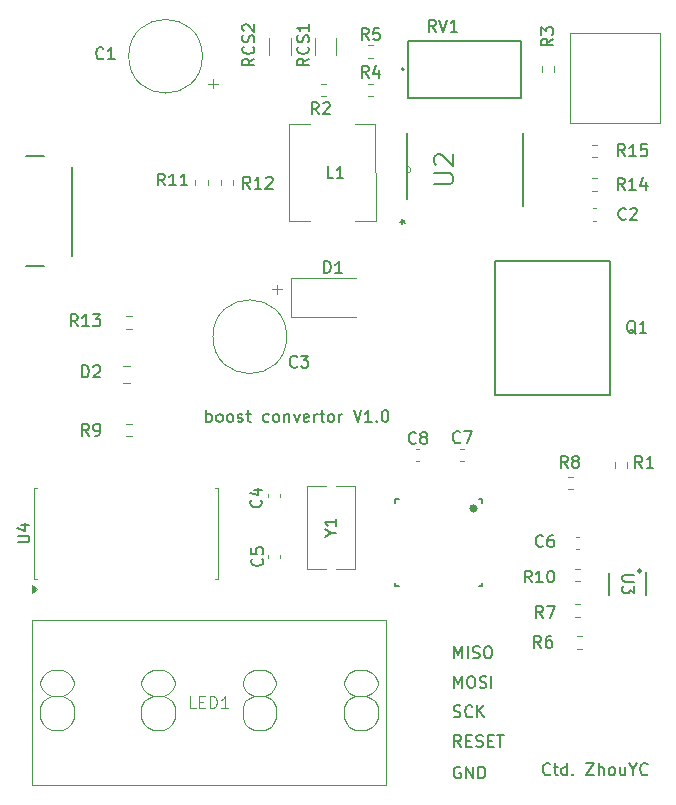
<source format=gbr>
G04 #@! TF.GenerationSoftware,KiCad,Pcbnew,9.0.4*
G04 #@! TF.CreationDate,2025-09-25T11:49:33+08:00*
G04 #@! TF.ProjectId,boost-convertor,626f6f73-742d-4636-9f6e-766572746f72,rev?*
G04 #@! TF.SameCoordinates,Original*
G04 #@! TF.FileFunction,Legend,Top*
G04 #@! TF.FilePolarity,Positive*
%FSLAX46Y46*%
G04 Gerber Fmt 4.6, Leading zero omitted, Abs format (unit mm)*
G04 Created by KiCad (PCBNEW 9.0.4) date 2025-09-25 11:49:33*
%MOMM*%
%LPD*%
G01*
G04 APERTURE LIST*
%ADD10C,0.150000*%
%ADD11C,0.100000*%
%ADD12C,0.120000*%
%ADD13C,0.152400*%
%ADD14C,0.367798*%
%ADD15C,0.127000*%
%ADD16C,0.200000*%
%ADD17C,0.225000*%
G04 APERTURE END LIST*
D10*
X130458207Y-113164636D02*
X130410588Y-113212256D01*
X130410588Y-113212256D02*
X130267731Y-113259875D01*
X130267731Y-113259875D02*
X130172493Y-113259875D01*
X130172493Y-113259875D02*
X130029636Y-113212256D01*
X130029636Y-113212256D02*
X129934398Y-113117017D01*
X129934398Y-113117017D02*
X129886779Y-113021779D01*
X129886779Y-113021779D02*
X129839160Y-112831303D01*
X129839160Y-112831303D02*
X129839160Y-112688446D01*
X129839160Y-112688446D02*
X129886779Y-112497970D01*
X129886779Y-112497970D02*
X129934398Y-112402732D01*
X129934398Y-112402732D02*
X130029636Y-112307494D01*
X130029636Y-112307494D02*
X130172493Y-112259875D01*
X130172493Y-112259875D02*
X130267731Y-112259875D01*
X130267731Y-112259875D02*
X130410588Y-112307494D01*
X130410588Y-112307494D02*
X130458207Y-112355113D01*
X130743922Y-112593208D02*
X131124874Y-112593208D01*
X130886779Y-112259875D02*
X130886779Y-113117017D01*
X130886779Y-113117017D02*
X130934398Y-113212256D01*
X130934398Y-113212256D02*
X131029636Y-113259875D01*
X131029636Y-113259875D02*
X131124874Y-113259875D01*
X131886779Y-113259875D02*
X131886779Y-112259875D01*
X131886779Y-113212256D02*
X131791541Y-113259875D01*
X131791541Y-113259875D02*
X131601065Y-113259875D01*
X131601065Y-113259875D02*
X131505827Y-113212256D01*
X131505827Y-113212256D02*
X131458208Y-113164636D01*
X131458208Y-113164636D02*
X131410589Y-113069398D01*
X131410589Y-113069398D02*
X131410589Y-112783684D01*
X131410589Y-112783684D02*
X131458208Y-112688446D01*
X131458208Y-112688446D02*
X131505827Y-112640827D01*
X131505827Y-112640827D02*
X131601065Y-112593208D01*
X131601065Y-112593208D02*
X131791541Y-112593208D01*
X131791541Y-112593208D02*
X131886779Y-112640827D01*
X132362970Y-113164636D02*
X132410589Y-113212256D01*
X132410589Y-113212256D02*
X132362970Y-113259875D01*
X132362970Y-113259875D02*
X132315351Y-113212256D01*
X132315351Y-113212256D02*
X132362970Y-113164636D01*
X132362970Y-113164636D02*
X132362970Y-113259875D01*
X133505827Y-112259875D02*
X134172493Y-112259875D01*
X134172493Y-112259875D02*
X133505827Y-113259875D01*
X133505827Y-113259875D02*
X134172493Y-113259875D01*
X134553446Y-113259875D02*
X134553446Y-112259875D01*
X134982017Y-113259875D02*
X134982017Y-112736065D01*
X134982017Y-112736065D02*
X134934398Y-112640827D01*
X134934398Y-112640827D02*
X134839160Y-112593208D01*
X134839160Y-112593208D02*
X134696303Y-112593208D01*
X134696303Y-112593208D02*
X134601065Y-112640827D01*
X134601065Y-112640827D02*
X134553446Y-112688446D01*
X135601065Y-113259875D02*
X135505827Y-113212256D01*
X135505827Y-113212256D02*
X135458208Y-113164636D01*
X135458208Y-113164636D02*
X135410589Y-113069398D01*
X135410589Y-113069398D02*
X135410589Y-112783684D01*
X135410589Y-112783684D02*
X135458208Y-112688446D01*
X135458208Y-112688446D02*
X135505827Y-112640827D01*
X135505827Y-112640827D02*
X135601065Y-112593208D01*
X135601065Y-112593208D02*
X135743922Y-112593208D01*
X135743922Y-112593208D02*
X135839160Y-112640827D01*
X135839160Y-112640827D02*
X135886779Y-112688446D01*
X135886779Y-112688446D02*
X135934398Y-112783684D01*
X135934398Y-112783684D02*
X135934398Y-113069398D01*
X135934398Y-113069398D02*
X135886779Y-113164636D01*
X135886779Y-113164636D02*
X135839160Y-113212256D01*
X135839160Y-113212256D02*
X135743922Y-113259875D01*
X135743922Y-113259875D02*
X135601065Y-113259875D01*
X136791541Y-112593208D02*
X136791541Y-113259875D01*
X136362970Y-112593208D02*
X136362970Y-113117017D01*
X136362970Y-113117017D02*
X136410589Y-113212256D01*
X136410589Y-113212256D02*
X136505827Y-113259875D01*
X136505827Y-113259875D02*
X136648684Y-113259875D01*
X136648684Y-113259875D02*
X136743922Y-113212256D01*
X136743922Y-113212256D02*
X136791541Y-113164636D01*
X137458208Y-112783684D02*
X137458208Y-113259875D01*
X137124875Y-112259875D02*
X137458208Y-112783684D01*
X137458208Y-112783684D02*
X137791541Y-112259875D01*
X138696303Y-113164636D02*
X138648684Y-113212256D01*
X138648684Y-113212256D02*
X138505827Y-113259875D01*
X138505827Y-113259875D02*
X138410589Y-113259875D01*
X138410589Y-113259875D02*
X138267732Y-113212256D01*
X138267732Y-113212256D02*
X138172494Y-113117017D01*
X138172494Y-113117017D02*
X138124875Y-113021779D01*
X138124875Y-113021779D02*
X138077256Y-112831303D01*
X138077256Y-112831303D02*
X138077256Y-112688446D01*
X138077256Y-112688446D02*
X138124875Y-112497970D01*
X138124875Y-112497970D02*
X138172494Y-112402732D01*
X138172494Y-112402732D02*
X138267732Y-112307494D01*
X138267732Y-112307494D02*
X138410589Y-112259875D01*
X138410589Y-112259875D02*
X138505827Y-112259875D01*
X138505827Y-112259875D02*
X138648684Y-112307494D01*
X138648684Y-112307494D02*
X138696303Y-112355113D01*
X101336779Y-83369819D02*
X101336779Y-82369819D01*
X101336779Y-82750771D02*
X101432017Y-82703152D01*
X101432017Y-82703152D02*
X101622493Y-82703152D01*
X101622493Y-82703152D02*
X101717731Y-82750771D01*
X101717731Y-82750771D02*
X101765350Y-82798390D01*
X101765350Y-82798390D02*
X101812969Y-82893628D01*
X101812969Y-82893628D02*
X101812969Y-83179342D01*
X101812969Y-83179342D02*
X101765350Y-83274580D01*
X101765350Y-83274580D02*
X101717731Y-83322200D01*
X101717731Y-83322200D02*
X101622493Y-83369819D01*
X101622493Y-83369819D02*
X101432017Y-83369819D01*
X101432017Y-83369819D02*
X101336779Y-83322200D01*
X102384398Y-83369819D02*
X102289160Y-83322200D01*
X102289160Y-83322200D02*
X102241541Y-83274580D01*
X102241541Y-83274580D02*
X102193922Y-83179342D01*
X102193922Y-83179342D02*
X102193922Y-82893628D01*
X102193922Y-82893628D02*
X102241541Y-82798390D01*
X102241541Y-82798390D02*
X102289160Y-82750771D01*
X102289160Y-82750771D02*
X102384398Y-82703152D01*
X102384398Y-82703152D02*
X102527255Y-82703152D01*
X102527255Y-82703152D02*
X102622493Y-82750771D01*
X102622493Y-82750771D02*
X102670112Y-82798390D01*
X102670112Y-82798390D02*
X102717731Y-82893628D01*
X102717731Y-82893628D02*
X102717731Y-83179342D01*
X102717731Y-83179342D02*
X102670112Y-83274580D01*
X102670112Y-83274580D02*
X102622493Y-83322200D01*
X102622493Y-83322200D02*
X102527255Y-83369819D01*
X102527255Y-83369819D02*
X102384398Y-83369819D01*
X103289160Y-83369819D02*
X103193922Y-83322200D01*
X103193922Y-83322200D02*
X103146303Y-83274580D01*
X103146303Y-83274580D02*
X103098684Y-83179342D01*
X103098684Y-83179342D02*
X103098684Y-82893628D01*
X103098684Y-82893628D02*
X103146303Y-82798390D01*
X103146303Y-82798390D02*
X103193922Y-82750771D01*
X103193922Y-82750771D02*
X103289160Y-82703152D01*
X103289160Y-82703152D02*
X103432017Y-82703152D01*
X103432017Y-82703152D02*
X103527255Y-82750771D01*
X103527255Y-82750771D02*
X103574874Y-82798390D01*
X103574874Y-82798390D02*
X103622493Y-82893628D01*
X103622493Y-82893628D02*
X103622493Y-83179342D01*
X103622493Y-83179342D02*
X103574874Y-83274580D01*
X103574874Y-83274580D02*
X103527255Y-83322200D01*
X103527255Y-83322200D02*
X103432017Y-83369819D01*
X103432017Y-83369819D02*
X103289160Y-83369819D01*
X104003446Y-83322200D02*
X104098684Y-83369819D01*
X104098684Y-83369819D02*
X104289160Y-83369819D01*
X104289160Y-83369819D02*
X104384398Y-83322200D01*
X104384398Y-83322200D02*
X104432017Y-83226961D01*
X104432017Y-83226961D02*
X104432017Y-83179342D01*
X104432017Y-83179342D02*
X104384398Y-83084104D01*
X104384398Y-83084104D02*
X104289160Y-83036485D01*
X104289160Y-83036485D02*
X104146303Y-83036485D01*
X104146303Y-83036485D02*
X104051065Y-82988866D01*
X104051065Y-82988866D02*
X104003446Y-82893628D01*
X104003446Y-82893628D02*
X104003446Y-82846009D01*
X104003446Y-82846009D02*
X104051065Y-82750771D01*
X104051065Y-82750771D02*
X104146303Y-82703152D01*
X104146303Y-82703152D02*
X104289160Y-82703152D01*
X104289160Y-82703152D02*
X104384398Y-82750771D01*
X104717732Y-82703152D02*
X105098684Y-82703152D01*
X104860589Y-82369819D02*
X104860589Y-83226961D01*
X104860589Y-83226961D02*
X104908208Y-83322200D01*
X104908208Y-83322200D02*
X105003446Y-83369819D01*
X105003446Y-83369819D02*
X105098684Y-83369819D01*
X106622494Y-83322200D02*
X106527256Y-83369819D01*
X106527256Y-83369819D02*
X106336780Y-83369819D01*
X106336780Y-83369819D02*
X106241542Y-83322200D01*
X106241542Y-83322200D02*
X106193923Y-83274580D01*
X106193923Y-83274580D02*
X106146304Y-83179342D01*
X106146304Y-83179342D02*
X106146304Y-82893628D01*
X106146304Y-82893628D02*
X106193923Y-82798390D01*
X106193923Y-82798390D02*
X106241542Y-82750771D01*
X106241542Y-82750771D02*
X106336780Y-82703152D01*
X106336780Y-82703152D02*
X106527256Y-82703152D01*
X106527256Y-82703152D02*
X106622494Y-82750771D01*
X107193923Y-83369819D02*
X107098685Y-83322200D01*
X107098685Y-83322200D02*
X107051066Y-83274580D01*
X107051066Y-83274580D02*
X107003447Y-83179342D01*
X107003447Y-83179342D02*
X107003447Y-82893628D01*
X107003447Y-82893628D02*
X107051066Y-82798390D01*
X107051066Y-82798390D02*
X107098685Y-82750771D01*
X107098685Y-82750771D02*
X107193923Y-82703152D01*
X107193923Y-82703152D02*
X107336780Y-82703152D01*
X107336780Y-82703152D02*
X107432018Y-82750771D01*
X107432018Y-82750771D02*
X107479637Y-82798390D01*
X107479637Y-82798390D02*
X107527256Y-82893628D01*
X107527256Y-82893628D02*
X107527256Y-83179342D01*
X107527256Y-83179342D02*
X107479637Y-83274580D01*
X107479637Y-83274580D02*
X107432018Y-83322200D01*
X107432018Y-83322200D02*
X107336780Y-83369819D01*
X107336780Y-83369819D02*
X107193923Y-83369819D01*
X107955828Y-82703152D02*
X107955828Y-83369819D01*
X107955828Y-82798390D02*
X108003447Y-82750771D01*
X108003447Y-82750771D02*
X108098685Y-82703152D01*
X108098685Y-82703152D02*
X108241542Y-82703152D01*
X108241542Y-82703152D02*
X108336780Y-82750771D01*
X108336780Y-82750771D02*
X108384399Y-82846009D01*
X108384399Y-82846009D02*
X108384399Y-83369819D01*
X108765352Y-82703152D02*
X109003447Y-83369819D01*
X109003447Y-83369819D02*
X109241542Y-82703152D01*
X110003447Y-83322200D02*
X109908209Y-83369819D01*
X109908209Y-83369819D02*
X109717733Y-83369819D01*
X109717733Y-83369819D02*
X109622495Y-83322200D01*
X109622495Y-83322200D02*
X109574876Y-83226961D01*
X109574876Y-83226961D02*
X109574876Y-82846009D01*
X109574876Y-82846009D02*
X109622495Y-82750771D01*
X109622495Y-82750771D02*
X109717733Y-82703152D01*
X109717733Y-82703152D02*
X109908209Y-82703152D01*
X109908209Y-82703152D02*
X110003447Y-82750771D01*
X110003447Y-82750771D02*
X110051066Y-82846009D01*
X110051066Y-82846009D02*
X110051066Y-82941247D01*
X110051066Y-82941247D02*
X109574876Y-83036485D01*
X110479638Y-83369819D02*
X110479638Y-82703152D01*
X110479638Y-82893628D02*
X110527257Y-82798390D01*
X110527257Y-82798390D02*
X110574876Y-82750771D01*
X110574876Y-82750771D02*
X110670114Y-82703152D01*
X110670114Y-82703152D02*
X110765352Y-82703152D01*
X110955829Y-82703152D02*
X111336781Y-82703152D01*
X111098686Y-82369819D02*
X111098686Y-83226961D01*
X111098686Y-83226961D02*
X111146305Y-83322200D01*
X111146305Y-83322200D02*
X111241543Y-83369819D01*
X111241543Y-83369819D02*
X111336781Y-83369819D01*
X111812972Y-83369819D02*
X111717734Y-83322200D01*
X111717734Y-83322200D02*
X111670115Y-83274580D01*
X111670115Y-83274580D02*
X111622496Y-83179342D01*
X111622496Y-83179342D02*
X111622496Y-82893628D01*
X111622496Y-82893628D02*
X111670115Y-82798390D01*
X111670115Y-82798390D02*
X111717734Y-82750771D01*
X111717734Y-82750771D02*
X111812972Y-82703152D01*
X111812972Y-82703152D02*
X111955829Y-82703152D01*
X111955829Y-82703152D02*
X112051067Y-82750771D01*
X112051067Y-82750771D02*
X112098686Y-82798390D01*
X112098686Y-82798390D02*
X112146305Y-82893628D01*
X112146305Y-82893628D02*
X112146305Y-83179342D01*
X112146305Y-83179342D02*
X112098686Y-83274580D01*
X112098686Y-83274580D02*
X112051067Y-83322200D01*
X112051067Y-83322200D02*
X111955829Y-83369819D01*
X111955829Y-83369819D02*
X111812972Y-83369819D01*
X112574877Y-83369819D02*
X112574877Y-82703152D01*
X112574877Y-82893628D02*
X112622496Y-82798390D01*
X112622496Y-82798390D02*
X112670115Y-82750771D01*
X112670115Y-82750771D02*
X112765353Y-82703152D01*
X112765353Y-82703152D02*
X112860591Y-82703152D01*
X113812973Y-82369819D02*
X114146306Y-83369819D01*
X114146306Y-83369819D02*
X114479639Y-82369819D01*
X115336782Y-83369819D02*
X114765354Y-83369819D01*
X115051068Y-83369819D02*
X115051068Y-82369819D01*
X115051068Y-82369819D02*
X114955830Y-82512676D01*
X114955830Y-82512676D02*
X114860592Y-82607914D01*
X114860592Y-82607914D02*
X114765354Y-82655533D01*
X115765354Y-83274580D02*
X115812973Y-83322200D01*
X115812973Y-83322200D02*
X115765354Y-83369819D01*
X115765354Y-83369819D02*
X115717735Y-83322200D01*
X115717735Y-83322200D02*
X115765354Y-83274580D01*
X115765354Y-83274580D02*
X115765354Y-83369819D01*
X116432020Y-82369819D02*
X116527258Y-82369819D01*
X116527258Y-82369819D02*
X116622496Y-82417438D01*
X116622496Y-82417438D02*
X116670115Y-82465057D01*
X116670115Y-82465057D02*
X116717734Y-82560295D01*
X116717734Y-82560295D02*
X116765353Y-82750771D01*
X116765353Y-82750771D02*
X116765353Y-82988866D01*
X116765353Y-82988866D02*
X116717734Y-83179342D01*
X116717734Y-83179342D02*
X116670115Y-83274580D01*
X116670115Y-83274580D02*
X116622496Y-83322200D01*
X116622496Y-83322200D02*
X116527258Y-83369819D01*
X116527258Y-83369819D02*
X116432020Y-83369819D01*
X116432020Y-83369819D02*
X116336782Y-83322200D01*
X116336782Y-83322200D02*
X116289163Y-83274580D01*
X116289163Y-83274580D02*
X116241544Y-83179342D01*
X116241544Y-83179342D02*
X116193925Y-82988866D01*
X116193925Y-82988866D02*
X116193925Y-82750771D01*
X116193925Y-82750771D02*
X116241544Y-82560295D01*
X116241544Y-82560295D02*
X116289163Y-82465057D01*
X116289163Y-82465057D02*
X116336782Y-82417438D01*
X116336782Y-82417438D02*
X116432020Y-82369819D01*
X105404819Y-52592857D02*
X104928628Y-52926190D01*
X105404819Y-53164285D02*
X104404819Y-53164285D01*
X104404819Y-53164285D02*
X104404819Y-52783333D01*
X104404819Y-52783333D02*
X104452438Y-52688095D01*
X104452438Y-52688095D02*
X104500057Y-52640476D01*
X104500057Y-52640476D02*
X104595295Y-52592857D01*
X104595295Y-52592857D02*
X104738152Y-52592857D01*
X104738152Y-52592857D02*
X104833390Y-52640476D01*
X104833390Y-52640476D02*
X104881009Y-52688095D01*
X104881009Y-52688095D02*
X104928628Y-52783333D01*
X104928628Y-52783333D02*
X104928628Y-53164285D01*
X105309580Y-51592857D02*
X105357200Y-51640476D01*
X105357200Y-51640476D02*
X105404819Y-51783333D01*
X105404819Y-51783333D02*
X105404819Y-51878571D01*
X105404819Y-51878571D02*
X105357200Y-52021428D01*
X105357200Y-52021428D02*
X105261961Y-52116666D01*
X105261961Y-52116666D02*
X105166723Y-52164285D01*
X105166723Y-52164285D02*
X104976247Y-52211904D01*
X104976247Y-52211904D02*
X104833390Y-52211904D01*
X104833390Y-52211904D02*
X104642914Y-52164285D01*
X104642914Y-52164285D02*
X104547676Y-52116666D01*
X104547676Y-52116666D02*
X104452438Y-52021428D01*
X104452438Y-52021428D02*
X104404819Y-51878571D01*
X104404819Y-51878571D02*
X104404819Y-51783333D01*
X104404819Y-51783333D02*
X104452438Y-51640476D01*
X104452438Y-51640476D02*
X104500057Y-51592857D01*
X105357200Y-51211904D02*
X105404819Y-51069047D01*
X105404819Y-51069047D02*
X105404819Y-50830952D01*
X105404819Y-50830952D02*
X105357200Y-50735714D01*
X105357200Y-50735714D02*
X105309580Y-50688095D01*
X105309580Y-50688095D02*
X105214342Y-50640476D01*
X105214342Y-50640476D02*
X105119104Y-50640476D01*
X105119104Y-50640476D02*
X105023866Y-50688095D01*
X105023866Y-50688095D02*
X104976247Y-50735714D01*
X104976247Y-50735714D02*
X104928628Y-50830952D01*
X104928628Y-50830952D02*
X104881009Y-51021428D01*
X104881009Y-51021428D02*
X104833390Y-51116666D01*
X104833390Y-51116666D02*
X104785771Y-51164285D01*
X104785771Y-51164285D02*
X104690533Y-51211904D01*
X104690533Y-51211904D02*
X104595295Y-51211904D01*
X104595295Y-51211904D02*
X104500057Y-51164285D01*
X104500057Y-51164285D02*
X104452438Y-51116666D01*
X104452438Y-51116666D02*
X104404819Y-51021428D01*
X104404819Y-51021428D02*
X104404819Y-50783333D01*
X104404819Y-50783333D02*
X104452438Y-50640476D01*
X104500057Y-50259523D02*
X104452438Y-50211904D01*
X104452438Y-50211904D02*
X104404819Y-50116666D01*
X104404819Y-50116666D02*
X104404819Y-49878571D01*
X104404819Y-49878571D02*
X104452438Y-49783333D01*
X104452438Y-49783333D02*
X104500057Y-49735714D01*
X104500057Y-49735714D02*
X104595295Y-49688095D01*
X104595295Y-49688095D02*
X104690533Y-49688095D01*
X104690533Y-49688095D02*
X104833390Y-49735714D01*
X104833390Y-49735714D02*
X105404819Y-50307142D01*
X105404819Y-50307142D02*
X105404819Y-49688095D01*
X136757142Y-63704819D02*
X136423809Y-63228628D01*
X136185714Y-63704819D02*
X136185714Y-62704819D01*
X136185714Y-62704819D02*
X136566666Y-62704819D01*
X136566666Y-62704819D02*
X136661904Y-62752438D01*
X136661904Y-62752438D02*
X136709523Y-62800057D01*
X136709523Y-62800057D02*
X136757142Y-62895295D01*
X136757142Y-62895295D02*
X136757142Y-63038152D01*
X136757142Y-63038152D02*
X136709523Y-63133390D01*
X136709523Y-63133390D02*
X136661904Y-63181009D01*
X136661904Y-63181009D02*
X136566666Y-63228628D01*
X136566666Y-63228628D02*
X136185714Y-63228628D01*
X137709523Y-63704819D02*
X137138095Y-63704819D01*
X137423809Y-63704819D02*
X137423809Y-62704819D01*
X137423809Y-62704819D02*
X137328571Y-62847676D01*
X137328571Y-62847676D02*
X137233333Y-62942914D01*
X137233333Y-62942914D02*
X137138095Y-62990533D01*
X138566666Y-63038152D02*
X138566666Y-63704819D01*
X138328571Y-62657200D02*
X138090476Y-63371485D01*
X138090476Y-63371485D02*
X138709523Y-63371485D01*
X106059580Y-94941666D02*
X106107200Y-94989285D01*
X106107200Y-94989285D02*
X106154819Y-95132142D01*
X106154819Y-95132142D02*
X106154819Y-95227380D01*
X106154819Y-95227380D02*
X106107200Y-95370237D01*
X106107200Y-95370237D02*
X106011961Y-95465475D01*
X106011961Y-95465475D02*
X105916723Y-95513094D01*
X105916723Y-95513094D02*
X105726247Y-95560713D01*
X105726247Y-95560713D02*
X105583390Y-95560713D01*
X105583390Y-95560713D02*
X105392914Y-95513094D01*
X105392914Y-95513094D02*
X105297676Y-95465475D01*
X105297676Y-95465475D02*
X105202438Y-95370237D01*
X105202438Y-95370237D02*
X105154819Y-95227380D01*
X105154819Y-95227380D02*
X105154819Y-95132142D01*
X105154819Y-95132142D02*
X105202438Y-94989285D01*
X105202438Y-94989285D02*
X105250057Y-94941666D01*
X105154819Y-94036904D02*
X105154819Y-94513094D01*
X105154819Y-94513094D02*
X105631009Y-94560713D01*
X105631009Y-94560713D02*
X105583390Y-94513094D01*
X105583390Y-94513094D02*
X105535771Y-94417856D01*
X105535771Y-94417856D02*
X105535771Y-94179761D01*
X105535771Y-94179761D02*
X105583390Y-94084523D01*
X105583390Y-94084523D02*
X105631009Y-94036904D01*
X105631009Y-94036904D02*
X105726247Y-93989285D01*
X105726247Y-93989285D02*
X105964342Y-93989285D01*
X105964342Y-93989285D02*
X106059580Y-94036904D01*
X106059580Y-94036904D02*
X106107200Y-94084523D01*
X106107200Y-94084523D02*
X106154819Y-94179761D01*
X106154819Y-94179761D02*
X106154819Y-94417856D01*
X106154819Y-94417856D02*
X106107200Y-94513094D01*
X106107200Y-94513094D02*
X106059580Y-94560713D01*
X120610896Y-63249523D02*
X121938515Y-63249523D01*
X121938515Y-63249523D02*
X122094705Y-63171428D01*
X122094705Y-63171428D02*
X122172801Y-63093333D01*
X122172801Y-63093333D02*
X122250896Y-62937142D01*
X122250896Y-62937142D02*
X122250896Y-62624761D01*
X122250896Y-62624761D02*
X122172801Y-62468571D01*
X122172801Y-62468571D02*
X122094705Y-62390476D01*
X122094705Y-62390476D02*
X121938515Y-62312380D01*
X121938515Y-62312380D02*
X120610896Y-62312380D01*
X120767086Y-61609524D02*
X120688991Y-61531428D01*
X120688991Y-61531428D02*
X120610896Y-61375238D01*
X120610896Y-61375238D02*
X120610896Y-60984762D01*
X120610896Y-60984762D02*
X120688991Y-60828571D01*
X120688991Y-60828571D02*
X120767086Y-60750476D01*
X120767086Y-60750476D02*
X120923277Y-60672381D01*
X120923277Y-60672381D02*
X121079467Y-60672381D01*
X121079467Y-60672381D02*
X121313753Y-60750476D01*
X121313753Y-60750476D02*
X122250896Y-61687619D01*
X122250896Y-61687619D02*
X122250896Y-60672381D01*
X117777219Y-66394199D02*
X118015314Y-66394199D01*
X117920076Y-66632294D02*
X118015314Y-66394199D01*
X118015314Y-66394199D02*
X117920076Y-66156104D01*
X118205790Y-66537056D02*
X118015314Y-66394199D01*
X118015314Y-66394199D02*
X118205790Y-66251342D01*
X119083333Y-85129580D02*
X119035714Y-85177200D01*
X119035714Y-85177200D02*
X118892857Y-85224819D01*
X118892857Y-85224819D02*
X118797619Y-85224819D01*
X118797619Y-85224819D02*
X118654762Y-85177200D01*
X118654762Y-85177200D02*
X118559524Y-85081961D01*
X118559524Y-85081961D02*
X118511905Y-84986723D01*
X118511905Y-84986723D02*
X118464286Y-84796247D01*
X118464286Y-84796247D02*
X118464286Y-84653390D01*
X118464286Y-84653390D02*
X118511905Y-84462914D01*
X118511905Y-84462914D02*
X118559524Y-84367676D01*
X118559524Y-84367676D02*
X118654762Y-84272438D01*
X118654762Y-84272438D02*
X118797619Y-84224819D01*
X118797619Y-84224819D02*
X118892857Y-84224819D01*
X118892857Y-84224819D02*
X119035714Y-84272438D01*
X119035714Y-84272438D02*
X119083333Y-84320057D01*
X119654762Y-84653390D02*
X119559524Y-84605771D01*
X119559524Y-84605771D02*
X119511905Y-84558152D01*
X119511905Y-84558152D02*
X119464286Y-84462914D01*
X119464286Y-84462914D02*
X119464286Y-84415295D01*
X119464286Y-84415295D02*
X119511905Y-84320057D01*
X119511905Y-84320057D02*
X119559524Y-84272438D01*
X119559524Y-84272438D02*
X119654762Y-84224819D01*
X119654762Y-84224819D02*
X119845238Y-84224819D01*
X119845238Y-84224819D02*
X119940476Y-84272438D01*
X119940476Y-84272438D02*
X119988095Y-84320057D01*
X119988095Y-84320057D02*
X120035714Y-84415295D01*
X120035714Y-84415295D02*
X120035714Y-84462914D01*
X120035714Y-84462914D02*
X119988095Y-84558152D01*
X119988095Y-84558152D02*
X119940476Y-84605771D01*
X119940476Y-84605771D02*
X119845238Y-84653390D01*
X119845238Y-84653390D02*
X119654762Y-84653390D01*
X119654762Y-84653390D02*
X119559524Y-84701009D01*
X119559524Y-84701009D02*
X119511905Y-84748628D01*
X119511905Y-84748628D02*
X119464286Y-84843866D01*
X119464286Y-84843866D02*
X119464286Y-85034342D01*
X119464286Y-85034342D02*
X119511905Y-85129580D01*
X119511905Y-85129580D02*
X119559524Y-85177200D01*
X119559524Y-85177200D02*
X119654762Y-85224819D01*
X119654762Y-85224819D02*
X119845238Y-85224819D01*
X119845238Y-85224819D02*
X119940476Y-85177200D01*
X119940476Y-85177200D02*
X119988095Y-85129580D01*
X119988095Y-85129580D02*
X120035714Y-85034342D01*
X120035714Y-85034342D02*
X120035714Y-84843866D01*
X120035714Y-84843866D02*
X119988095Y-84748628D01*
X119988095Y-84748628D02*
X119940476Y-84701009D01*
X119940476Y-84701009D02*
X119845238Y-84653390D01*
X105959580Y-89966666D02*
X106007200Y-90014285D01*
X106007200Y-90014285D02*
X106054819Y-90157142D01*
X106054819Y-90157142D02*
X106054819Y-90252380D01*
X106054819Y-90252380D02*
X106007200Y-90395237D01*
X106007200Y-90395237D02*
X105911961Y-90490475D01*
X105911961Y-90490475D02*
X105816723Y-90538094D01*
X105816723Y-90538094D02*
X105626247Y-90585713D01*
X105626247Y-90585713D02*
X105483390Y-90585713D01*
X105483390Y-90585713D02*
X105292914Y-90538094D01*
X105292914Y-90538094D02*
X105197676Y-90490475D01*
X105197676Y-90490475D02*
X105102438Y-90395237D01*
X105102438Y-90395237D02*
X105054819Y-90252380D01*
X105054819Y-90252380D02*
X105054819Y-90157142D01*
X105054819Y-90157142D02*
X105102438Y-90014285D01*
X105102438Y-90014285D02*
X105150057Y-89966666D01*
X105388152Y-89109523D02*
X106054819Y-89109523D01*
X105007200Y-89347618D02*
X105721485Y-89585713D01*
X105721485Y-89585713D02*
X105721485Y-88966666D01*
X110029819Y-52592857D02*
X109553628Y-52926190D01*
X110029819Y-53164285D02*
X109029819Y-53164285D01*
X109029819Y-53164285D02*
X109029819Y-52783333D01*
X109029819Y-52783333D02*
X109077438Y-52688095D01*
X109077438Y-52688095D02*
X109125057Y-52640476D01*
X109125057Y-52640476D02*
X109220295Y-52592857D01*
X109220295Y-52592857D02*
X109363152Y-52592857D01*
X109363152Y-52592857D02*
X109458390Y-52640476D01*
X109458390Y-52640476D02*
X109506009Y-52688095D01*
X109506009Y-52688095D02*
X109553628Y-52783333D01*
X109553628Y-52783333D02*
X109553628Y-53164285D01*
X109934580Y-51592857D02*
X109982200Y-51640476D01*
X109982200Y-51640476D02*
X110029819Y-51783333D01*
X110029819Y-51783333D02*
X110029819Y-51878571D01*
X110029819Y-51878571D02*
X109982200Y-52021428D01*
X109982200Y-52021428D02*
X109886961Y-52116666D01*
X109886961Y-52116666D02*
X109791723Y-52164285D01*
X109791723Y-52164285D02*
X109601247Y-52211904D01*
X109601247Y-52211904D02*
X109458390Y-52211904D01*
X109458390Y-52211904D02*
X109267914Y-52164285D01*
X109267914Y-52164285D02*
X109172676Y-52116666D01*
X109172676Y-52116666D02*
X109077438Y-52021428D01*
X109077438Y-52021428D02*
X109029819Y-51878571D01*
X109029819Y-51878571D02*
X109029819Y-51783333D01*
X109029819Y-51783333D02*
X109077438Y-51640476D01*
X109077438Y-51640476D02*
X109125057Y-51592857D01*
X109982200Y-51211904D02*
X110029819Y-51069047D01*
X110029819Y-51069047D02*
X110029819Y-50830952D01*
X110029819Y-50830952D02*
X109982200Y-50735714D01*
X109982200Y-50735714D02*
X109934580Y-50688095D01*
X109934580Y-50688095D02*
X109839342Y-50640476D01*
X109839342Y-50640476D02*
X109744104Y-50640476D01*
X109744104Y-50640476D02*
X109648866Y-50688095D01*
X109648866Y-50688095D02*
X109601247Y-50735714D01*
X109601247Y-50735714D02*
X109553628Y-50830952D01*
X109553628Y-50830952D02*
X109506009Y-51021428D01*
X109506009Y-51021428D02*
X109458390Y-51116666D01*
X109458390Y-51116666D02*
X109410771Y-51164285D01*
X109410771Y-51164285D02*
X109315533Y-51211904D01*
X109315533Y-51211904D02*
X109220295Y-51211904D01*
X109220295Y-51211904D02*
X109125057Y-51164285D01*
X109125057Y-51164285D02*
X109077438Y-51116666D01*
X109077438Y-51116666D02*
X109029819Y-51021428D01*
X109029819Y-51021428D02*
X109029819Y-50783333D01*
X109029819Y-50783333D02*
X109077438Y-50640476D01*
X110029819Y-49688095D02*
X110029819Y-50259523D01*
X110029819Y-49973809D02*
X109029819Y-49973809D01*
X109029819Y-49973809D02*
X109172676Y-50069047D01*
X109172676Y-50069047D02*
X109267914Y-50164285D01*
X109267914Y-50164285D02*
X109315533Y-50259523D01*
X137704761Y-75900057D02*
X137609523Y-75852438D01*
X137609523Y-75852438D02*
X137514285Y-75757200D01*
X137514285Y-75757200D02*
X137371428Y-75614342D01*
X137371428Y-75614342D02*
X137276190Y-75566723D01*
X137276190Y-75566723D02*
X137180952Y-75566723D01*
X137228571Y-75804819D02*
X137133333Y-75757200D01*
X137133333Y-75757200D02*
X137038095Y-75661961D01*
X137038095Y-75661961D02*
X136990476Y-75471485D01*
X136990476Y-75471485D02*
X136990476Y-75138152D01*
X136990476Y-75138152D02*
X137038095Y-74947676D01*
X137038095Y-74947676D02*
X137133333Y-74852438D01*
X137133333Y-74852438D02*
X137228571Y-74804819D01*
X137228571Y-74804819D02*
X137419047Y-74804819D01*
X137419047Y-74804819D02*
X137514285Y-74852438D01*
X137514285Y-74852438D02*
X137609523Y-74947676D01*
X137609523Y-74947676D02*
X137657142Y-75138152D01*
X137657142Y-75138152D02*
X137657142Y-75471485D01*
X137657142Y-75471485D02*
X137609523Y-75661961D01*
X137609523Y-75661961D02*
X137514285Y-75757200D01*
X137514285Y-75757200D02*
X137419047Y-75804819D01*
X137419047Y-75804819D02*
X137228571Y-75804819D01*
X138609523Y-75804819D02*
X138038095Y-75804819D01*
X138323809Y-75804819D02*
X138323809Y-74804819D01*
X138323809Y-74804819D02*
X138228571Y-74947676D01*
X138228571Y-74947676D02*
X138133333Y-75042914D01*
X138133333Y-75042914D02*
X138038095Y-75090533D01*
X105057142Y-63604819D02*
X104723809Y-63128628D01*
X104485714Y-63604819D02*
X104485714Y-62604819D01*
X104485714Y-62604819D02*
X104866666Y-62604819D01*
X104866666Y-62604819D02*
X104961904Y-62652438D01*
X104961904Y-62652438D02*
X105009523Y-62700057D01*
X105009523Y-62700057D02*
X105057142Y-62795295D01*
X105057142Y-62795295D02*
X105057142Y-62938152D01*
X105057142Y-62938152D02*
X105009523Y-63033390D01*
X105009523Y-63033390D02*
X104961904Y-63081009D01*
X104961904Y-63081009D02*
X104866666Y-63128628D01*
X104866666Y-63128628D02*
X104485714Y-63128628D01*
X106009523Y-63604819D02*
X105438095Y-63604819D01*
X105723809Y-63604819D02*
X105723809Y-62604819D01*
X105723809Y-62604819D02*
X105628571Y-62747676D01*
X105628571Y-62747676D02*
X105533333Y-62842914D01*
X105533333Y-62842914D02*
X105438095Y-62890533D01*
X106390476Y-62700057D02*
X106438095Y-62652438D01*
X106438095Y-62652438D02*
X106533333Y-62604819D01*
X106533333Y-62604819D02*
X106771428Y-62604819D01*
X106771428Y-62604819D02*
X106866666Y-62652438D01*
X106866666Y-62652438D02*
X106914285Y-62700057D01*
X106914285Y-62700057D02*
X106961904Y-62795295D01*
X106961904Y-62795295D02*
X106961904Y-62890533D01*
X106961904Y-62890533D02*
X106914285Y-63033390D01*
X106914285Y-63033390D02*
X106342857Y-63604819D01*
X106342857Y-63604819D02*
X106961904Y-63604819D01*
X115083333Y-54204819D02*
X114750000Y-53728628D01*
X114511905Y-54204819D02*
X114511905Y-53204819D01*
X114511905Y-53204819D02*
X114892857Y-53204819D01*
X114892857Y-53204819D02*
X114988095Y-53252438D01*
X114988095Y-53252438D02*
X115035714Y-53300057D01*
X115035714Y-53300057D02*
X115083333Y-53395295D01*
X115083333Y-53395295D02*
X115083333Y-53538152D01*
X115083333Y-53538152D02*
X115035714Y-53633390D01*
X115035714Y-53633390D02*
X114988095Y-53681009D01*
X114988095Y-53681009D02*
X114892857Y-53728628D01*
X114892857Y-53728628D02*
X114511905Y-53728628D01*
X115940476Y-53538152D02*
X115940476Y-54204819D01*
X115702381Y-53157200D02*
X115464286Y-53871485D01*
X115464286Y-53871485D02*
X116083333Y-53871485D01*
X90836905Y-79579819D02*
X90836905Y-78579819D01*
X90836905Y-78579819D02*
X91075000Y-78579819D01*
X91075000Y-78579819D02*
X91217857Y-78627438D01*
X91217857Y-78627438D02*
X91313095Y-78722676D01*
X91313095Y-78722676D02*
X91360714Y-78817914D01*
X91360714Y-78817914D02*
X91408333Y-79008390D01*
X91408333Y-79008390D02*
X91408333Y-79151247D01*
X91408333Y-79151247D02*
X91360714Y-79341723D01*
X91360714Y-79341723D02*
X91313095Y-79436961D01*
X91313095Y-79436961D02*
X91217857Y-79532200D01*
X91217857Y-79532200D02*
X91075000Y-79579819D01*
X91075000Y-79579819D02*
X90836905Y-79579819D01*
X91789286Y-78675057D02*
X91836905Y-78627438D01*
X91836905Y-78627438D02*
X91932143Y-78579819D01*
X91932143Y-78579819D02*
X92170238Y-78579819D01*
X92170238Y-78579819D02*
X92265476Y-78627438D01*
X92265476Y-78627438D02*
X92313095Y-78675057D01*
X92313095Y-78675057D02*
X92360714Y-78770295D01*
X92360714Y-78770295D02*
X92360714Y-78865533D01*
X92360714Y-78865533D02*
X92313095Y-79008390D01*
X92313095Y-79008390D02*
X91741667Y-79579819D01*
X91741667Y-79579819D02*
X92360714Y-79579819D01*
X115083333Y-51024819D02*
X114750000Y-50548628D01*
X114511905Y-51024819D02*
X114511905Y-50024819D01*
X114511905Y-50024819D02*
X114892857Y-50024819D01*
X114892857Y-50024819D02*
X114988095Y-50072438D01*
X114988095Y-50072438D02*
X115035714Y-50120057D01*
X115035714Y-50120057D02*
X115083333Y-50215295D01*
X115083333Y-50215295D02*
X115083333Y-50358152D01*
X115083333Y-50358152D02*
X115035714Y-50453390D01*
X115035714Y-50453390D02*
X114988095Y-50501009D01*
X114988095Y-50501009D02*
X114892857Y-50548628D01*
X114892857Y-50548628D02*
X114511905Y-50548628D01*
X115988095Y-50024819D02*
X115511905Y-50024819D01*
X115511905Y-50024819D02*
X115464286Y-50501009D01*
X115464286Y-50501009D02*
X115511905Y-50453390D01*
X115511905Y-50453390D02*
X115607143Y-50405771D01*
X115607143Y-50405771D02*
X115845238Y-50405771D01*
X115845238Y-50405771D02*
X115940476Y-50453390D01*
X115940476Y-50453390D02*
X115988095Y-50501009D01*
X115988095Y-50501009D02*
X116035714Y-50596247D01*
X116035714Y-50596247D02*
X116035714Y-50834342D01*
X116035714Y-50834342D02*
X115988095Y-50929580D01*
X115988095Y-50929580D02*
X115940476Y-50977200D01*
X115940476Y-50977200D02*
X115845238Y-51024819D01*
X115845238Y-51024819D02*
X115607143Y-51024819D01*
X115607143Y-51024819D02*
X115511905Y-50977200D01*
X115511905Y-50977200D02*
X115464286Y-50929580D01*
X129833333Y-99954819D02*
X129500000Y-99478628D01*
X129261905Y-99954819D02*
X129261905Y-98954819D01*
X129261905Y-98954819D02*
X129642857Y-98954819D01*
X129642857Y-98954819D02*
X129738095Y-99002438D01*
X129738095Y-99002438D02*
X129785714Y-99050057D01*
X129785714Y-99050057D02*
X129833333Y-99145295D01*
X129833333Y-99145295D02*
X129833333Y-99288152D01*
X129833333Y-99288152D02*
X129785714Y-99383390D01*
X129785714Y-99383390D02*
X129738095Y-99431009D01*
X129738095Y-99431009D02*
X129642857Y-99478628D01*
X129642857Y-99478628D02*
X129261905Y-99478628D01*
X130166667Y-98954819D02*
X130833333Y-98954819D01*
X130833333Y-98954819D02*
X130404762Y-99954819D01*
X122833333Y-85059580D02*
X122785714Y-85107200D01*
X122785714Y-85107200D02*
X122642857Y-85154819D01*
X122642857Y-85154819D02*
X122547619Y-85154819D01*
X122547619Y-85154819D02*
X122404762Y-85107200D01*
X122404762Y-85107200D02*
X122309524Y-85011961D01*
X122309524Y-85011961D02*
X122261905Y-84916723D01*
X122261905Y-84916723D02*
X122214286Y-84726247D01*
X122214286Y-84726247D02*
X122214286Y-84583390D01*
X122214286Y-84583390D02*
X122261905Y-84392914D01*
X122261905Y-84392914D02*
X122309524Y-84297676D01*
X122309524Y-84297676D02*
X122404762Y-84202438D01*
X122404762Y-84202438D02*
X122547619Y-84154819D01*
X122547619Y-84154819D02*
X122642857Y-84154819D01*
X122642857Y-84154819D02*
X122785714Y-84202438D01*
X122785714Y-84202438D02*
X122833333Y-84250057D01*
X123166667Y-84154819D02*
X123833333Y-84154819D01*
X123833333Y-84154819D02*
X123404762Y-85154819D01*
X136782142Y-60854819D02*
X136448809Y-60378628D01*
X136210714Y-60854819D02*
X136210714Y-59854819D01*
X136210714Y-59854819D02*
X136591666Y-59854819D01*
X136591666Y-59854819D02*
X136686904Y-59902438D01*
X136686904Y-59902438D02*
X136734523Y-59950057D01*
X136734523Y-59950057D02*
X136782142Y-60045295D01*
X136782142Y-60045295D02*
X136782142Y-60188152D01*
X136782142Y-60188152D02*
X136734523Y-60283390D01*
X136734523Y-60283390D02*
X136686904Y-60331009D01*
X136686904Y-60331009D02*
X136591666Y-60378628D01*
X136591666Y-60378628D02*
X136210714Y-60378628D01*
X137734523Y-60854819D02*
X137163095Y-60854819D01*
X137448809Y-60854819D02*
X137448809Y-59854819D01*
X137448809Y-59854819D02*
X137353571Y-59997676D01*
X137353571Y-59997676D02*
X137258333Y-60092914D01*
X137258333Y-60092914D02*
X137163095Y-60140533D01*
X138639285Y-59854819D02*
X138163095Y-59854819D01*
X138163095Y-59854819D02*
X138115476Y-60331009D01*
X138115476Y-60331009D02*
X138163095Y-60283390D01*
X138163095Y-60283390D02*
X138258333Y-60235771D01*
X138258333Y-60235771D02*
X138496428Y-60235771D01*
X138496428Y-60235771D02*
X138591666Y-60283390D01*
X138591666Y-60283390D02*
X138639285Y-60331009D01*
X138639285Y-60331009D02*
X138686904Y-60426247D01*
X138686904Y-60426247D02*
X138686904Y-60664342D01*
X138686904Y-60664342D02*
X138639285Y-60759580D01*
X138639285Y-60759580D02*
X138591666Y-60807200D01*
X138591666Y-60807200D02*
X138496428Y-60854819D01*
X138496428Y-60854819D02*
X138258333Y-60854819D01*
X138258333Y-60854819D02*
X138163095Y-60807200D01*
X138163095Y-60807200D02*
X138115476Y-60759580D01*
X128880952Y-96954819D02*
X128547619Y-96478628D01*
X128309524Y-96954819D02*
X128309524Y-95954819D01*
X128309524Y-95954819D02*
X128690476Y-95954819D01*
X128690476Y-95954819D02*
X128785714Y-96002438D01*
X128785714Y-96002438D02*
X128833333Y-96050057D01*
X128833333Y-96050057D02*
X128880952Y-96145295D01*
X128880952Y-96145295D02*
X128880952Y-96288152D01*
X128880952Y-96288152D02*
X128833333Y-96383390D01*
X128833333Y-96383390D02*
X128785714Y-96431009D01*
X128785714Y-96431009D02*
X128690476Y-96478628D01*
X128690476Y-96478628D02*
X128309524Y-96478628D01*
X129833333Y-96954819D02*
X129261905Y-96954819D01*
X129547619Y-96954819D02*
X129547619Y-95954819D01*
X129547619Y-95954819D02*
X129452381Y-96097676D01*
X129452381Y-96097676D02*
X129357143Y-96192914D01*
X129357143Y-96192914D02*
X129261905Y-96240533D01*
X130452381Y-95954819D02*
X130547619Y-95954819D01*
X130547619Y-95954819D02*
X130642857Y-96002438D01*
X130642857Y-96002438D02*
X130690476Y-96050057D01*
X130690476Y-96050057D02*
X130738095Y-96145295D01*
X130738095Y-96145295D02*
X130785714Y-96335771D01*
X130785714Y-96335771D02*
X130785714Y-96573866D01*
X130785714Y-96573866D02*
X130738095Y-96764342D01*
X130738095Y-96764342D02*
X130690476Y-96859580D01*
X130690476Y-96859580D02*
X130642857Y-96907200D01*
X130642857Y-96907200D02*
X130547619Y-96954819D01*
X130547619Y-96954819D02*
X130452381Y-96954819D01*
X130452381Y-96954819D02*
X130357143Y-96907200D01*
X130357143Y-96907200D02*
X130309524Y-96859580D01*
X130309524Y-96859580D02*
X130261905Y-96764342D01*
X130261905Y-96764342D02*
X130214286Y-96573866D01*
X130214286Y-96573866D02*
X130214286Y-96335771D01*
X130214286Y-96335771D02*
X130261905Y-96145295D01*
X130261905Y-96145295D02*
X130309524Y-96050057D01*
X130309524Y-96050057D02*
X130357143Y-96002438D01*
X130357143Y-96002438D02*
X130452381Y-95954819D01*
X131933333Y-87254819D02*
X131600000Y-86778628D01*
X131361905Y-87254819D02*
X131361905Y-86254819D01*
X131361905Y-86254819D02*
X131742857Y-86254819D01*
X131742857Y-86254819D02*
X131838095Y-86302438D01*
X131838095Y-86302438D02*
X131885714Y-86350057D01*
X131885714Y-86350057D02*
X131933333Y-86445295D01*
X131933333Y-86445295D02*
X131933333Y-86588152D01*
X131933333Y-86588152D02*
X131885714Y-86683390D01*
X131885714Y-86683390D02*
X131838095Y-86731009D01*
X131838095Y-86731009D02*
X131742857Y-86778628D01*
X131742857Y-86778628D02*
X131361905Y-86778628D01*
X132504762Y-86683390D02*
X132409524Y-86635771D01*
X132409524Y-86635771D02*
X132361905Y-86588152D01*
X132361905Y-86588152D02*
X132314286Y-86492914D01*
X132314286Y-86492914D02*
X132314286Y-86445295D01*
X132314286Y-86445295D02*
X132361905Y-86350057D01*
X132361905Y-86350057D02*
X132409524Y-86302438D01*
X132409524Y-86302438D02*
X132504762Y-86254819D01*
X132504762Y-86254819D02*
X132695238Y-86254819D01*
X132695238Y-86254819D02*
X132790476Y-86302438D01*
X132790476Y-86302438D02*
X132838095Y-86350057D01*
X132838095Y-86350057D02*
X132885714Y-86445295D01*
X132885714Y-86445295D02*
X132885714Y-86492914D01*
X132885714Y-86492914D02*
X132838095Y-86588152D01*
X132838095Y-86588152D02*
X132790476Y-86635771D01*
X132790476Y-86635771D02*
X132695238Y-86683390D01*
X132695238Y-86683390D02*
X132504762Y-86683390D01*
X132504762Y-86683390D02*
X132409524Y-86731009D01*
X132409524Y-86731009D02*
X132361905Y-86778628D01*
X132361905Y-86778628D02*
X132314286Y-86873866D01*
X132314286Y-86873866D02*
X132314286Y-87064342D01*
X132314286Y-87064342D02*
X132361905Y-87159580D01*
X132361905Y-87159580D02*
X132409524Y-87207200D01*
X132409524Y-87207200D02*
X132504762Y-87254819D01*
X132504762Y-87254819D02*
X132695238Y-87254819D01*
X132695238Y-87254819D02*
X132790476Y-87207200D01*
X132790476Y-87207200D02*
X132838095Y-87159580D01*
X132838095Y-87159580D02*
X132885714Y-87064342D01*
X132885714Y-87064342D02*
X132885714Y-86873866D01*
X132885714Y-86873866D02*
X132838095Y-86778628D01*
X132838095Y-86778628D02*
X132790476Y-86731009D01*
X132790476Y-86731009D02*
X132695238Y-86683390D01*
D11*
X100430952Y-107577419D02*
X99954762Y-107577419D01*
X99954762Y-107577419D02*
X99954762Y-106577419D01*
X100764286Y-107053609D02*
X101097619Y-107053609D01*
X101240476Y-107577419D02*
X100764286Y-107577419D01*
X100764286Y-107577419D02*
X100764286Y-106577419D01*
X100764286Y-106577419D02*
X101240476Y-106577419D01*
X101669048Y-107577419D02*
X101669048Y-106577419D01*
X101669048Y-106577419D02*
X101907143Y-106577419D01*
X101907143Y-106577419D02*
X102050000Y-106625038D01*
X102050000Y-106625038D02*
X102145238Y-106720276D01*
X102145238Y-106720276D02*
X102192857Y-106815514D01*
X102192857Y-106815514D02*
X102240476Y-107005990D01*
X102240476Y-107005990D02*
X102240476Y-107148847D01*
X102240476Y-107148847D02*
X102192857Y-107339323D01*
X102192857Y-107339323D02*
X102145238Y-107434561D01*
X102145238Y-107434561D02*
X102050000Y-107529800D01*
X102050000Y-107529800D02*
X101907143Y-107577419D01*
X101907143Y-107577419D02*
X101669048Y-107577419D01*
X103192857Y-107577419D02*
X102621429Y-107577419D01*
X102907143Y-107577419D02*
X102907143Y-106577419D01*
X102907143Y-106577419D02*
X102811905Y-106720276D01*
X102811905Y-106720276D02*
X102716667Y-106815514D01*
X102716667Y-106815514D02*
X102621429Y-106863133D01*
X88220550Y-106545752D02*
X87744360Y-106307657D01*
X87744360Y-106307657D02*
X87506265Y-106069561D01*
X87506265Y-106069561D02*
X87268169Y-105593371D01*
X87268169Y-105593371D02*
X87268169Y-105355276D01*
X87268169Y-105355276D02*
X87506265Y-104879085D01*
X87506265Y-104879085D02*
X87744360Y-104640990D01*
X87744360Y-104640990D02*
X88220550Y-104402895D01*
X88220550Y-104402895D02*
X89172931Y-104402895D01*
X89172931Y-104402895D02*
X89649122Y-104640990D01*
X89649122Y-104640990D02*
X89887217Y-104879085D01*
X89887217Y-104879085D02*
X90125312Y-105355276D01*
X90125312Y-105355276D02*
X90125312Y-105593371D01*
X90125312Y-105593371D02*
X89887217Y-106069561D01*
X89887217Y-106069561D02*
X89649122Y-106307657D01*
X89649122Y-106307657D02*
X89172931Y-106545752D01*
X89172931Y-106545752D02*
X88220550Y-106545752D01*
X88220550Y-106545752D02*
X87744360Y-106783847D01*
X87744360Y-106783847D02*
X87506265Y-107021942D01*
X87506265Y-107021942D02*
X87268169Y-107498133D01*
X87268169Y-107498133D02*
X87268169Y-108450514D01*
X87268169Y-108450514D02*
X87506265Y-108926704D01*
X87506265Y-108926704D02*
X87744360Y-109164800D01*
X87744360Y-109164800D02*
X88220550Y-109402895D01*
X88220550Y-109402895D02*
X89172931Y-109402895D01*
X89172931Y-109402895D02*
X89649122Y-109164800D01*
X89649122Y-109164800D02*
X89887217Y-108926704D01*
X89887217Y-108926704D02*
X90125312Y-108450514D01*
X90125312Y-108450514D02*
X90125312Y-107498133D01*
X90125312Y-107498133D02*
X89887217Y-107021942D01*
X89887217Y-107021942D02*
X89649122Y-106783847D01*
X89649122Y-106783847D02*
X89172931Y-106545752D01*
X96791979Y-106545752D02*
X96315789Y-106307657D01*
X96315789Y-106307657D02*
X96077694Y-106069561D01*
X96077694Y-106069561D02*
X95839598Y-105593371D01*
X95839598Y-105593371D02*
X95839598Y-105355276D01*
X95839598Y-105355276D02*
X96077694Y-104879085D01*
X96077694Y-104879085D02*
X96315789Y-104640990D01*
X96315789Y-104640990D02*
X96791979Y-104402895D01*
X96791979Y-104402895D02*
X97744360Y-104402895D01*
X97744360Y-104402895D02*
X98220551Y-104640990D01*
X98220551Y-104640990D02*
X98458646Y-104879085D01*
X98458646Y-104879085D02*
X98696741Y-105355276D01*
X98696741Y-105355276D02*
X98696741Y-105593371D01*
X98696741Y-105593371D02*
X98458646Y-106069561D01*
X98458646Y-106069561D02*
X98220551Y-106307657D01*
X98220551Y-106307657D02*
X97744360Y-106545752D01*
X97744360Y-106545752D02*
X96791979Y-106545752D01*
X96791979Y-106545752D02*
X96315789Y-106783847D01*
X96315789Y-106783847D02*
X96077694Y-107021942D01*
X96077694Y-107021942D02*
X95839598Y-107498133D01*
X95839598Y-107498133D02*
X95839598Y-108450514D01*
X95839598Y-108450514D02*
X96077694Y-108926704D01*
X96077694Y-108926704D02*
X96315789Y-109164800D01*
X96315789Y-109164800D02*
X96791979Y-109402895D01*
X96791979Y-109402895D02*
X97744360Y-109402895D01*
X97744360Y-109402895D02*
X98220551Y-109164800D01*
X98220551Y-109164800D02*
X98458646Y-108926704D01*
X98458646Y-108926704D02*
X98696741Y-108450514D01*
X98696741Y-108450514D02*
X98696741Y-107498133D01*
X98696741Y-107498133D02*
X98458646Y-107021942D01*
X98458646Y-107021942D02*
X98220551Y-106783847D01*
X98220551Y-106783847D02*
X97744360Y-106545752D01*
X105363408Y-106545752D02*
X104887218Y-106307657D01*
X104887218Y-106307657D02*
X104649123Y-106069561D01*
X104649123Y-106069561D02*
X104411027Y-105593371D01*
X104411027Y-105593371D02*
X104411027Y-105355276D01*
X104411027Y-105355276D02*
X104649123Y-104879085D01*
X104649123Y-104879085D02*
X104887218Y-104640990D01*
X104887218Y-104640990D02*
X105363408Y-104402895D01*
X105363408Y-104402895D02*
X106315789Y-104402895D01*
X106315789Y-104402895D02*
X106791980Y-104640990D01*
X106791980Y-104640990D02*
X107030075Y-104879085D01*
X107030075Y-104879085D02*
X107268170Y-105355276D01*
X107268170Y-105355276D02*
X107268170Y-105593371D01*
X107268170Y-105593371D02*
X107030075Y-106069561D01*
X107030075Y-106069561D02*
X106791980Y-106307657D01*
X106791980Y-106307657D02*
X106315789Y-106545752D01*
X106315789Y-106545752D02*
X105363408Y-106545752D01*
X105363408Y-106545752D02*
X104887218Y-106783847D01*
X104887218Y-106783847D02*
X104649123Y-107021942D01*
X104649123Y-107021942D02*
X104411027Y-107498133D01*
X104411027Y-107498133D02*
X104411027Y-108450514D01*
X104411027Y-108450514D02*
X104649123Y-108926704D01*
X104649123Y-108926704D02*
X104887218Y-109164800D01*
X104887218Y-109164800D02*
X105363408Y-109402895D01*
X105363408Y-109402895D02*
X106315789Y-109402895D01*
X106315789Y-109402895D02*
X106791980Y-109164800D01*
X106791980Y-109164800D02*
X107030075Y-108926704D01*
X107030075Y-108926704D02*
X107268170Y-108450514D01*
X107268170Y-108450514D02*
X107268170Y-107498133D01*
X107268170Y-107498133D02*
X107030075Y-107021942D01*
X107030075Y-107021942D02*
X106791980Y-106783847D01*
X106791980Y-106783847D02*
X106315789Y-106545752D01*
X113934837Y-106545752D02*
X113458647Y-106307657D01*
X113458647Y-106307657D02*
X113220552Y-106069561D01*
X113220552Y-106069561D02*
X112982456Y-105593371D01*
X112982456Y-105593371D02*
X112982456Y-105355276D01*
X112982456Y-105355276D02*
X113220552Y-104879085D01*
X113220552Y-104879085D02*
X113458647Y-104640990D01*
X113458647Y-104640990D02*
X113934837Y-104402895D01*
X113934837Y-104402895D02*
X114887218Y-104402895D01*
X114887218Y-104402895D02*
X115363409Y-104640990D01*
X115363409Y-104640990D02*
X115601504Y-104879085D01*
X115601504Y-104879085D02*
X115839599Y-105355276D01*
X115839599Y-105355276D02*
X115839599Y-105593371D01*
X115839599Y-105593371D02*
X115601504Y-106069561D01*
X115601504Y-106069561D02*
X115363409Y-106307657D01*
X115363409Y-106307657D02*
X114887218Y-106545752D01*
X114887218Y-106545752D02*
X113934837Y-106545752D01*
X113934837Y-106545752D02*
X113458647Y-106783847D01*
X113458647Y-106783847D02*
X113220552Y-107021942D01*
X113220552Y-107021942D02*
X112982456Y-107498133D01*
X112982456Y-107498133D02*
X112982456Y-108450514D01*
X112982456Y-108450514D02*
X113220552Y-108926704D01*
X113220552Y-108926704D02*
X113458647Y-109164800D01*
X113458647Y-109164800D02*
X113934837Y-109402895D01*
X113934837Y-109402895D02*
X114887218Y-109402895D01*
X114887218Y-109402895D02*
X115363409Y-109164800D01*
X115363409Y-109164800D02*
X115601504Y-108926704D01*
X115601504Y-108926704D02*
X115839599Y-108450514D01*
X115839599Y-108450514D02*
X115839599Y-107498133D01*
X115839599Y-107498133D02*
X115601504Y-107021942D01*
X115601504Y-107021942D02*
X115363409Y-106783847D01*
X115363409Y-106783847D02*
X114887218Y-106545752D01*
D10*
X137570180Y-96313095D02*
X136760657Y-96313095D01*
X136760657Y-96313095D02*
X136665419Y-96360714D01*
X136665419Y-96360714D02*
X136617800Y-96408333D01*
X136617800Y-96408333D02*
X136570180Y-96503571D01*
X136570180Y-96503571D02*
X136570180Y-96694047D01*
X136570180Y-96694047D02*
X136617800Y-96789285D01*
X136617800Y-96789285D02*
X136665419Y-96836904D01*
X136665419Y-96836904D02*
X136760657Y-96884523D01*
X136760657Y-96884523D02*
X137570180Y-96884523D01*
X137570180Y-97265476D02*
X137570180Y-97884523D01*
X137570180Y-97884523D02*
X137189228Y-97551190D01*
X137189228Y-97551190D02*
X137189228Y-97694047D01*
X137189228Y-97694047D02*
X137141609Y-97789285D01*
X137141609Y-97789285D02*
X137093990Y-97836904D01*
X137093990Y-97836904D02*
X136998752Y-97884523D01*
X136998752Y-97884523D02*
X136760657Y-97884523D01*
X136760657Y-97884523D02*
X136665419Y-97836904D01*
X136665419Y-97836904D02*
X136617800Y-97789285D01*
X136617800Y-97789285D02*
X136570180Y-97694047D01*
X136570180Y-97694047D02*
X136570180Y-97408333D01*
X136570180Y-97408333D02*
X136617800Y-97313095D01*
X136617800Y-97313095D02*
X136665419Y-97265476D01*
X92633333Y-52559580D02*
X92585714Y-52607200D01*
X92585714Y-52607200D02*
X92442857Y-52654819D01*
X92442857Y-52654819D02*
X92347619Y-52654819D01*
X92347619Y-52654819D02*
X92204762Y-52607200D01*
X92204762Y-52607200D02*
X92109524Y-52511961D01*
X92109524Y-52511961D02*
X92061905Y-52416723D01*
X92061905Y-52416723D02*
X92014286Y-52226247D01*
X92014286Y-52226247D02*
X92014286Y-52083390D01*
X92014286Y-52083390D02*
X92061905Y-51892914D01*
X92061905Y-51892914D02*
X92109524Y-51797676D01*
X92109524Y-51797676D02*
X92204762Y-51702438D01*
X92204762Y-51702438D02*
X92347619Y-51654819D01*
X92347619Y-51654819D02*
X92442857Y-51654819D01*
X92442857Y-51654819D02*
X92585714Y-51702438D01*
X92585714Y-51702438D02*
X92633333Y-51750057D01*
X93585714Y-52654819D02*
X93014286Y-52654819D01*
X93300000Y-52654819D02*
X93300000Y-51654819D01*
X93300000Y-51654819D02*
X93204762Y-51797676D01*
X93204762Y-51797676D02*
X93109524Y-51892914D01*
X93109524Y-51892914D02*
X93014286Y-51940533D01*
X91408333Y-84529819D02*
X91075000Y-84053628D01*
X90836905Y-84529819D02*
X90836905Y-83529819D01*
X90836905Y-83529819D02*
X91217857Y-83529819D01*
X91217857Y-83529819D02*
X91313095Y-83577438D01*
X91313095Y-83577438D02*
X91360714Y-83625057D01*
X91360714Y-83625057D02*
X91408333Y-83720295D01*
X91408333Y-83720295D02*
X91408333Y-83863152D01*
X91408333Y-83863152D02*
X91360714Y-83958390D01*
X91360714Y-83958390D02*
X91313095Y-84006009D01*
X91313095Y-84006009D02*
X91217857Y-84053628D01*
X91217857Y-84053628D02*
X90836905Y-84053628D01*
X91884524Y-84529819D02*
X92075000Y-84529819D01*
X92075000Y-84529819D02*
X92170238Y-84482200D01*
X92170238Y-84482200D02*
X92217857Y-84434580D01*
X92217857Y-84434580D02*
X92313095Y-84291723D01*
X92313095Y-84291723D02*
X92360714Y-84101247D01*
X92360714Y-84101247D02*
X92360714Y-83720295D01*
X92360714Y-83720295D02*
X92313095Y-83625057D01*
X92313095Y-83625057D02*
X92265476Y-83577438D01*
X92265476Y-83577438D02*
X92170238Y-83529819D01*
X92170238Y-83529819D02*
X91979762Y-83529819D01*
X91979762Y-83529819D02*
X91884524Y-83577438D01*
X91884524Y-83577438D02*
X91836905Y-83625057D01*
X91836905Y-83625057D02*
X91789286Y-83720295D01*
X91789286Y-83720295D02*
X91789286Y-83958390D01*
X91789286Y-83958390D02*
X91836905Y-84053628D01*
X91836905Y-84053628D02*
X91884524Y-84101247D01*
X91884524Y-84101247D02*
X91979762Y-84148866D01*
X91979762Y-84148866D02*
X92170238Y-84148866D01*
X92170238Y-84148866D02*
X92265476Y-84101247D01*
X92265476Y-84101247D02*
X92313095Y-84053628D01*
X92313095Y-84053628D02*
X92360714Y-83958390D01*
X85360415Y-93558803D02*
X86169938Y-93558803D01*
X86169938Y-93558803D02*
X86265176Y-93511184D01*
X86265176Y-93511184D02*
X86312796Y-93463565D01*
X86312796Y-93463565D02*
X86360415Y-93368327D01*
X86360415Y-93368327D02*
X86360415Y-93177851D01*
X86360415Y-93177851D02*
X86312796Y-93082613D01*
X86312796Y-93082613D02*
X86265176Y-93034994D01*
X86265176Y-93034994D02*
X86169938Y-92987375D01*
X86169938Y-92987375D02*
X85360415Y-92987375D01*
X85693748Y-92082613D02*
X86360415Y-92082613D01*
X85312796Y-92320708D02*
X86027081Y-92558803D01*
X86027081Y-92558803D02*
X86027081Y-91939756D01*
X130704819Y-50916666D02*
X130228628Y-51249999D01*
X130704819Y-51488094D02*
X129704819Y-51488094D01*
X129704819Y-51488094D02*
X129704819Y-51107142D01*
X129704819Y-51107142D02*
X129752438Y-51011904D01*
X129752438Y-51011904D02*
X129800057Y-50964285D01*
X129800057Y-50964285D02*
X129895295Y-50916666D01*
X129895295Y-50916666D02*
X130038152Y-50916666D01*
X130038152Y-50916666D02*
X130133390Y-50964285D01*
X130133390Y-50964285D02*
X130181009Y-51011904D01*
X130181009Y-51011904D02*
X130228628Y-51107142D01*
X130228628Y-51107142D02*
X130228628Y-51488094D01*
X129704819Y-50583332D02*
X129704819Y-49964285D01*
X129704819Y-49964285D02*
X130085771Y-50297618D01*
X130085771Y-50297618D02*
X130085771Y-50154761D01*
X130085771Y-50154761D02*
X130133390Y-50059523D01*
X130133390Y-50059523D02*
X130181009Y-50011904D01*
X130181009Y-50011904D02*
X130276247Y-49964285D01*
X130276247Y-49964285D02*
X130514342Y-49964285D01*
X130514342Y-49964285D02*
X130609580Y-50011904D01*
X130609580Y-50011904D02*
X130657200Y-50059523D01*
X130657200Y-50059523D02*
X130704819Y-50154761D01*
X130704819Y-50154761D02*
X130704819Y-50440475D01*
X130704819Y-50440475D02*
X130657200Y-50535713D01*
X130657200Y-50535713D02*
X130609580Y-50583332D01*
X112083333Y-62704819D02*
X111607143Y-62704819D01*
X111607143Y-62704819D02*
X111607143Y-61704819D01*
X112940476Y-62704819D02*
X112369048Y-62704819D01*
X112654762Y-62704819D02*
X112654762Y-61704819D01*
X112654762Y-61704819D02*
X112559524Y-61847676D01*
X112559524Y-61847676D02*
X112464286Y-61942914D01*
X112464286Y-61942914D02*
X112369048Y-61990533D01*
X136858333Y-66159580D02*
X136810714Y-66207200D01*
X136810714Y-66207200D02*
X136667857Y-66254819D01*
X136667857Y-66254819D02*
X136572619Y-66254819D01*
X136572619Y-66254819D02*
X136429762Y-66207200D01*
X136429762Y-66207200D02*
X136334524Y-66111961D01*
X136334524Y-66111961D02*
X136286905Y-66016723D01*
X136286905Y-66016723D02*
X136239286Y-65826247D01*
X136239286Y-65826247D02*
X136239286Y-65683390D01*
X136239286Y-65683390D02*
X136286905Y-65492914D01*
X136286905Y-65492914D02*
X136334524Y-65397676D01*
X136334524Y-65397676D02*
X136429762Y-65302438D01*
X136429762Y-65302438D02*
X136572619Y-65254819D01*
X136572619Y-65254819D02*
X136667857Y-65254819D01*
X136667857Y-65254819D02*
X136810714Y-65302438D01*
X136810714Y-65302438D02*
X136858333Y-65350057D01*
X137239286Y-65350057D02*
X137286905Y-65302438D01*
X137286905Y-65302438D02*
X137382143Y-65254819D01*
X137382143Y-65254819D02*
X137620238Y-65254819D01*
X137620238Y-65254819D02*
X137715476Y-65302438D01*
X137715476Y-65302438D02*
X137763095Y-65350057D01*
X137763095Y-65350057D02*
X137810714Y-65445295D01*
X137810714Y-65445295D02*
X137810714Y-65540533D01*
X137810714Y-65540533D02*
X137763095Y-65683390D01*
X137763095Y-65683390D02*
X137191667Y-66254819D01*
X137191667Y-66254819D02*
X137810714Y-66254819D01*
X97832142Y-63329819D02*
X97498809Y-62853628D01*
X97260714Y-63329819D02*
X97260714Y-62329819D01*
X97260714Y-62329819D02*
X97641666Y-62329819D01*
X97641666Y-62329819D02*
X97736904Y-62377438D01*
X97736904Y-62377438D02*
X97784523Y-62425057D01*
X97784523Y-62425057D02*
X97832142Y-62520295D01*
X97832142Y-62520295D02*
X97832142Y-62663152D01*
X97832142Y-62663152D02*
X97784523Y-62758390D01*
X97784523Y-62758390D02*
X97736904Y-62806009D01*
X97736904Y-62806009D02*
X97641666Y-62853628D01*
X97641666Y-62853628D02*
X97260714Y-62853628D01*
X98784523Y-63329819D02*
X98213095Y-63329819D01*
X98498809Y-63329819D02*
X98498809Y-62329819D01*
X98498809Y-62329819D02*
X98403571Y-62472676D01*
X98403571Y-62472676D02*
X98308333Y-62567914D01*
X98308333Y-62567914D02*
X98213095Y-62615533D01*
X99736904Y-63329819D02*
X99165476Y-63329819D01*
X99451190Y-63329819D02*
X99451190Y-62329819D01*
X99451190Y-62329819D02*
X99355952Y-62472676D01*
X99355952Y-62472676D02*
X99260714Y-62567914D01*
X99260714Y-62567914D02*
X99165476Y-62615533D01*
X138235210Y-87254819D02*
X137901877Y-86778628D01*
X137663782Y-87254819D02*
X137663782Y-86254819D01*
X137663782Y-86254819D02*
X138044734Y-86254819D01*
X138044734Y-86254819D02*
X138139972Y-86302438D01*
X138139972Y-86302438D02*
X138187591Y-86350057D01*
X138187591Y-86350057D02*
X138235210Y-86445295D01*
X138235210Y-86445295D02*
X138235210Y-86588152D01*
X138235210Y-86588152D02*
X138187591Y-86683390D01*
X138187591Y-86683390D02*
X138139972Y-86731009D01*
X138139972Y-86731009D02*
X138044734Y-86778628D01*
X138044734Y-86778628D02*
X137663782Y-86778628D01*
X139187591Y-87254819D02*
X138616163Y-87254819D01*
X138901877Y-87254819D02*
X138901877Y-86254819D01*
X138901877Y-86254819D02*
X138806639Y-86397676D01*
X138806639Y-86397676D02*
X138711401Y-86492914D01*
X138711401Y-86492914D02*
X138616163Y-86540533D01*
X122908207Y-110869819D02*
X122574874Y-110393628D01*
X122336779Y-110869819D02*
X122336779Y-109869819D01*
X122336779Y-109869819D02*
X122717731Y-109869819D01*
X122717731Y-109869819D02*
X122812969Y-109917438D01*
X122812969Y-109917438D02*
X122860588Y-109965057D01*
X122860588Y-109965057D02*
X122908207Y-110060295D01*
X122908207Y-110060295D02*
X122908207Y-110203152D01*
X122908207Y-110203152D02*
X122860588Y-110298390D01*
X122860588Y-110298390D02*
X122812969Y-110346009D01*
X122812969Y-110346009D02*
X122717731Y-110393628D01*
X122717731Y-110393628D02*
X122336779Y-110393628D01*
X123336779Y-110346009D02*
X123670112Y-110346009D01*
X123812969Y-110869819D02*
X123336779Y-110869819D01*
X123336779Y-110869819D02*
X123336779Y-109869819D01*
X123336779Y-109869819D02*
X123812969Y-109869819D01*
X124193922Y-110822200D02*
X124336779Y-110869819D01*
X124336779Y-110869819D02*
X124574874Y-110869819D01*
X124574874Y-110869819D02*
X124670112Y-110822200D01*
X124670112Y-110822200D02*
X124717731Y-110774580D01*
X124717731Y-110774580D02*
X124765350Y-110679342D01*
X124765350Y-110679342D02*
X124765350Y-110584104D01*
X124765350Y-110584104D02*
X124717731Y-110488866D01*
X124717731Y-110488866D02*
X124670112Y-110441247D01*
X124670112Y-110441247D02*
X124574874Y-110393628D01*
X124574874Y-110393628D02*
X124384398Y-110346009D01*
X124384398Y-110346009D02*
X124289160Y-110298390D01*
X124289160Y-110298390D02*
X124241541Y-110250771D01*
X124241541Y-110250771D02*
X124193922Y-110155533D01*
X124193922Y-110155533D02*
X124193922Y-110060295D01*
X124193922Y-110060295D02*
X124241541Y-109965057D01*
X124241541Y-109965057D02*
X124289160Y-109917438D01*
X124289160Y-109917438D02*
X124384398Y-109869819D01*
X124384398Y-109869819D02*
X124622493Y-109869819D01*
X124622493Y-109869819D02*
X124765350Y-109917438D01*
X125193922Y-110346009D02*
X125527255Y-110346009D01*
X125670112Y-110869819D02*
X125193922Y-110869819D01*
X125193922Y-110869819D02*
X125193922Y-109869819D01*
X125193922Y-109869819D02*
X125670112Y-109869819D01*
X125955827Y-109869819D02*
X126527255Y-109869819D01*
X126241541Y-110869819D02*
X126241541Y-109869819D01*
X122336779Y-105869819D02*
X122336779Y-104869819D01*
X122336779Y-104869819D02*
X122670112Y-105584104D01*
X122670112Y-105584104D02*
X123003445Y-104869819D01*
X123003445Y-104869819D02*
X123003445Y-105869819D01*
X123670112Y-104869819D02*
X123860588Y-104869819D01*
X123860588Y-104869819D02*
X123955826Y-104917438D01*
X123955826Y-104917438D02*
X124051064Y-105012676D01*
X124051064Y-105012676D02*
X124098683Y-105203152D01*
X124098683Y-105203152D02*
X124098683Y-105536485D01*
X124098683Y-105536485D02*
X124051064Y-105726961D01*
X124051064Y-105726961D02*
X123955826Y-105822200D01*
X123955826Y-105822200D02*
X123860588Y-105869819D01*
X123860588Y-105869819D02*
X123670112Y-105869819D01*
X123670112Y-105869819D02*
X123574874Y-105822200D01*
X123574874Y-105822200D02*
X123479636Y-105726961D01*
X123479636Y-105726961D02*
X123432017Y-105536485D01*
X123432017Y-105536485D02*
X123432017Y-105203152D01*
X123432017Y-105203152D02*
X123479636Y-105012676D01*
X123479636Y-105012676D02*
X123574874Y-104917438D01*
X123574874Y-104917438D02*
X123670112Y-104869819D01*
X124479636Y-105822200D02*
X124622493Y-105869819D01*
X124622493Y-105869819D02*
X124860588Y-105869819D01*
X124860588Y-105869819D02*
X124955826Y-105822200D01*
X124955826Y-105822200D02*
X125003445Y-105774580D01*
X125003445Y-105774580D02*
X125051064Y-105679342D01*
X125051064Y-105679342D02*
X125051064Y-105584104D01*
X125051064Y-105584104D02*
X125003445Y-105488866D01*
X125003445Y-105488866D02*
X124955826Y-105441247D01*
X124955826Y-105441247D02*
X124860588Y-105393628D01*
X124860588Y-105393628D02*
X124670112Y-105346009D01*
X124670112Y-105346009D02*
X124574874Y-105298390D01*
X124574874Y-105298390D02*
X124527255Y-105250771D01*
X124527255Y-105250771D02*
X124479636Y-105155533D01*
X124479636Y-105155533D02*
X124479636Y-105060295D01*
X124479636Y-105060295D02*
X124527255Y-104965057D01*
X124527255Y-104965057D02*
X124574874Y-104917438D01*
X124574874Y-104917438D02*
X124670112Y-104869819D01*
X124670112Y-104869819D02*
X124908207Y-104869819D01*
X124908207Y-104869819D02*
X125051064Y-104917438D01*
X125479636Y-105869819D02*
X125479636Y-104869819D01*
X122289160Y-108322200D02*
X122432017Y-108369819D01*
X122432017Y-108369819D02*
X122670112Y-108369819D01*
X122670112Y-108369819D02*
X122765350Y-108322200D01*
X122765350Y-108322200D02*
X122812969Y-108274580D01*
X122812969Y-108274580D02*
X122860588Y-108179342D01*
X122860588Y-108179342D02*
X122860588Y-108084104D01*
X122860588Y-108084104D02*
X122812969Y-107988866D01*
X122812969Y-107988866D02*
X122765350Y-107941247D01*
X122765350Y-107941247D02*
X122670112Y-107893628D01*
X122670112Y-107893628D02*
X122479636Y-107846009D01*
X122479636Y-107846009D02*
X122384398Y-107798390D01*
X122384398Y-107798390D02*
X122336779Y-107750771D01*
X122336779Y-107750771D02*
X122289160Y-107655533D01*
X122289160Y-107655533D02*
X122289160Y-107560295D01*
X122289160Y-107560295D02*
X122336779Y-107465057D01*
X122336779Y-107465057D02*
X122384398Y-107417438D01*
X122384398Y-107417438D02*
X122479636Y-107369819D01*
X122479636Y-107369819D02*
X122717731Y-107369819D01*
X122717731Y-107369819D02*
X122860588Y-107417438D01*
X123860588Y-108274580D02*
X123812969Y-108322200D01*
X123812969Y-108322200D02*
X123670112Y-108369819D01*
X123670112Y-108369819D02*
X123574874Y-108369819D01*
X123574874Y-108369819D02*
X123432017Y-108322200D01*
X123432017Y-108322200D02*
X123336779Y-108226961D01*
X123336779Y-108226961D02*
X123289160Y-108131723D01*
X123289160Y-108131723D02*
X123241541Y-107941247D01*
X123241541Y-107941247D02*
X123241541Y-107798390D01*
X123241541Y-107798390D02*
X123289160Y-107607914D01*
X123289160Y-107607914D02*
X123336779Y-107512676D01*
X123336779Y-107512676D02*
X123432017Y-107417438D01*
X123432017Y-107417438D02*
X123574874Y-107369819D01*
X123574874Y-107369819D02*
X123670112Y-107369819D01*
X123670112Y-107369819D02*
X123812969Y-107417438D01*
X123812969Y-107417438D02*
X123860588Y-107465057D01*
X124289160Y-108369819D02*
X124289160Y-107369819D01*
X124860588Y-108369819D02*
X124432017Y-107798390D01*
X124860588Y-107369819D02*
X124289160Y-107941247D01*
X122860588Y-112587438D02*
X122765350Y-112539819D01*
X122765350Y-112539819D02*
X122622493Y-112539819D01*
X122622493Y-112539819D02*
X122479636Y-112587438D01*
X122479636Y-112587438D02*
X122384398Y-112682676D01*
X122384398Y-112682676D02*
X122336779Y-112777914D01*
X122336779Y-112777914D02*
X122289160Y-112968390D01*
X122289160Y-112968390D02*
X122289160Y-113111247D01*
X122289160Y-113111247D02*
X122336779Y-113301723D01*
X122336779Y-113301723D02*
X122384398Y-113396961D01*
X122384398Y-113396961D02*
X122479636Y-113492200D01*
X122479636Y-113492200D02*
X122622493Y-113539819D01*
X122622493Y-113539819D02*
X122717731Y-113539819D01*
X122717731Y-113539819D02*
X122860588Y-113492200D01*
X122860588Y-113492200D02*
X122908207Y-113444580D01*
X122908207Y-113444580D02*
X122908207Y-113111247D01*
X122908207Y-113111247D02*
X122717731Y-113111247D01*
X123336779Y-113539819D02*
X123336779Y-112539819D01*
X123336779Y-112539819D02*
X123908207Y-113539819D01*
X123908207Y-113539819D02*
X123908207Y-112539819D01*
X124384398Y-113539819D02*
X124384398Y-112539819D01*
X124384398Y-112539819D02*
X124622493Y-112539819D01*
X124622493Y-112539819D02*
X124765350Y-112587438D01*
X124765350Y-112587438D02*
X124860588Y-112682676D01*
X124860588Y-112682676D02*
X124908207Y-112777914D01*
X124908207Y-112777914D02*
X124955826Y-112968390D01*
X124955826Y-112968390D02*
X124955826Y-113111247D01*
X124955826Y-113111247D02*
X124908207Y-113301723D01*
X124908207Y-113301723D02*
X124860588Y-113396961D01*
X124860588Y-113396961D02*
X124765350Y-113492200D01*
X124765350Y-113492200D02*
X124622493Y-113539819D01*
X124622493Y-113539819D02*
X124384398Y-113539819D01*
X122336779Y-103369819D02*
X122336779Y-102369819D01*
X122336779Y-102369819D02*
X122670112Y-103084104D01*
X122670112Y-103084104D02*
X123003445Y-102369819D01*
X123003445Y-102369819D02*
X123003445Y-103369819D01*
X123479636Y-103369819D02*
X123479636Y-102369819D01*
X123908207Y-103322200D02*
X124051064Y-103369819D01*
X124051064Y-103369819D02*
X124289159Y-103369819D01*
X124289159Y-103369819D02*
X124384397Y-103322200D01*
X124384397Y-103322200D02*
X124432016Y-103274580D01*
X124432016Y-103274580D02*
X124479635Y-103179342D01*
X124479635Y-103179342D02*
X124479635Y-103084104D01*
X124479635Y-103084104D02*
X124432016Y-102988866D01*
X124432016Y-102988866D02*
X124384397Y-102941247D01*
X124384397Y-102941247D02*
X124289159Y-102893628D01*
X124289159Y-102893628D02*
X124098683Y-102846009D01*
X124098683Y-102846009D02*
X124003445Y-102798390D01*
X124003445Y-102798390D02*
X123955826Y-102750771D01*
X123955826Y-102750771D02*
X123908207Y-102655533D01*
X123908207Y-102655533D02*
X123908207Y-102560295D01*
X123908207Y-102560295D02*
X123955826Y-102465057D01*
X123955826Y-102465057D02*
X124003445Y-102417438D01*
X124003445Y-102417438D02*
X124098683Y-102369819D01*
X124098683Y-102369819D02*
X124336778Y-102369819D01*
X124336778Y-102369819D02*
X124479635Y-102417438D01*
X125098683Y-102369819D02*
X125289159Y-102369819D01*
X125289159Y-102369819D02*
X125384397Y-102417438D01*
X125384397Y-102417438D02*
X125479635Y-102512676D01*
X125479635Y-102512676D02*
X125527254Y-102703152D01*
X125527254Y-102703152D02*
X125527254Y-103036485D01*
X125527254Y-103036485D02*
X125479635Y-103226961D01*
X125479635Y-103226961D02*
X125384397Y-103322200D01*
X125384397Y-103322200D02*
X125289159Y-103369819D01*
X125289159Y-103369819D02*
X125098683Y-103369819D01*
X125098683Y-103369819D02*
X125003445Y-103322200D01*
X125003445Y-103322200D02*
X124908207Y-103226961D01*
X124908207Y-103226961D02*
X124860588Y-103036485D01*
X124860588Y-103036485D02*
X124860588Y-102703152D01*
X124860588Y-102703152D02*
X124908207Y-102512676D01*
X124908207Y-102512676D02*
X125003445Y-102417438D01*
X125003445Y-102417438D02*
X125098683Y-102369819D01*
X111878628Y-92776190D02*
X112354819Y-92776190D01*
X111354819Y-93109523D02*
X111878628Y-92776190D01*
X111878628Y-92776190D02*
X111354819Y-92442857D01*
X112354819Y-91585714D02*
X112354819Y-92157142D01*
X112354819Y-91871428D02*
X111354819Y-91871428D01*
X111354819Y-91871428D02*
X111497676Y-91966666D01*
X111497676Y-91966666D02*
X111592914Y-92061904D01*
X111592914Y-92061904D02*
X111640533Y-92157142D01*
X110846075Y-57304819D02*
X110512742Y-56828628D01*
X110274647Y-57304819D02*
X110274647Y-56304819D01*
X110274647Y-56304819D02*
X110655599Y-56304819D01*
X110655599Y-56304819D02*
X110750837Y-56352438D01*
X110750837Y-56352438D02*
X110798456Y-56400057D01*
X110798456Y-56400057D02*
X110846075Y-56495295D01*
X110846075Y-56495295D02*
X110846075Y-56638152D01*
X110846075Y-56638152D02*
X110798456Y-56733390D01*
X110798456Y-56733390D02*
X110750837Y-56781009D01*
X110750837Y-56781009D02*
X110655599Y-56828628D01*
X110655599Y-56828628D02*
X110274647Y-56828628D01*
X111227028Y-56400057D02*
X111274647Y-56352438D01*
X111274647Y-56352438D02*
X111369885Y-56304819D01*
X111369885Y-56304819D02*
X111607980Y-56304819D01*
X111607980Y-56304819D02*
X111703218Y-56352438D01*
X111703218Y-56352438D02*
X111750837Y-56400057D01*
X111750837Y-56400057D02*
X111798456Y-56495295D01*
X111798456Y-56495295D02*
X111798456Y-56590533D01*
X111798456Y-56590533D02*
X111750837Y-56733390D01*
X111750837Y-56733390D02*
X111179409Y-57304819D01*
X111179409Y-57304819D02*
X111798456Y-57304819D01*
X90455952Y-75254819D02*
X90122619Y-74778628D01*
X89884524Y-75254819D02*
X89884524Y-74254819D01*
X89884524Y-74254819D02*
X90265476Y-74254819D01*
X90265476Y-74254819D02*
X90360714Y-74302438D01*
X90360714Y-74302438D02*
X90408333Y-74350057D01*
X90408333Y-74350057D02*
X90455952Y-74445295D01*
X90455952Y-74445295D02*
X90455952Y-74588152D01*
X90455952Y-74588152D02*
X90408333Y-74683390D01*
X90408333Y-74683390D02*
X90360714Y-74731009D01*
X90360714Y-74731009D02*
X90265476Y-74778628D01*
X90265476Y-74778628D02*
X89884524Y-74778628D01*
X91408333Y-75254819D02*
X90836905Y-75254819D01*
X91122619Y-75254819D02*
X91122619Y-74254819D01*
X91122619Y-74254819D02*
X91027381Y-74397676D01*
X91027381Y-74397676D02*
X90932143Y-74492914D01*
X90932143Y-74492914D02*
X90836905Y-74540533D01*
X91741667Y-74254819D02*
X92360714Y-74254819D01*
X92360714Y-74254819D02*
X92027381Y-74635771D01*
X92027381Y-74635771D02*
X92170238Y-74635771D01*
X92170238Y-74635771D02*
X92265476Y-74683390D01*
X92265476Y-74683390D02*
X92313095Y-74731009D01*
X92313095Y-74731009D02*
X92360714Y-74826247D01*
X92360714Y-74826247D02*
X92360714Y-75064342D01*
X92360714Y-75064342D02*
X92313095Y-75159580D01*
X92313095Y-75159580D02*
X92265476Y-75207200D01*
X92265476Y-75207200D02*
X92170238Y-75254819D01*
X92170238Y-75254819D02*
X91884524Y-75254819D01*
X91884524Y-75254819D02*
X91789286Y-75207200D01*
X91789286Y-75207200D02*
X91741667Y-75159580D01*
X111311905Y-70754819D02*
X111311905Y-69754819D01*
X111311905Y-69754819D02*
X111550000Y-69754819D01*
X111550000Y-69754819D02*
X111692857Y-69802438D01*
X111692857Y-69802438D02*
X111788095Y-69897676D01*
X111788095Y-69897676D02*
X111835714Y-69992914D01*
X111835714Y-69992914D02*
X111883333Y-70183390D01*
X111883333Y-70183390D02*
X111883333Y-70326247D01*
X111883333Y-70326247D02*
X111835714Y-70516723D01*
X111835714Y-70516723D02*
X111788095Y-70611961D01*
X111788095Y-70611961D02*
X111692857Y-70707200D01*
X111692857Y-70707200D02*
X111550000Y-70754819D01*
X111550000Y-70754819D02*
X111311905Y-70754819D01*
X112835714Y-70754819D02*
X112264286Y-70754819D01*
X112550000Y-70754819D02*
X112550000Y-69754819D01*
X112550000Y-69754819D02*
X112454762Y-69897676D01*
X112454762Y-69897676D02*
X112359524Y-69992914D01*
X112359524Y-69992914D02*
X112264286Y-70040533D01*
X129683333Y-102479819D02*
X129350000Y-102003628D01*
X129111905Y-102479819D02*
X129111905Y-101479819D01*
X129111905Y-101479819D02*
X129492857Y-101479819D01*
X129492857Y-101479819D02*
X129588095Y-101527438D01*
X129588095Y-101527438D02*
X129635714Y-101575057D01*
X129635714Y-101575057D02*
X129683333Y-101670295D01*
X129683333Y-101670295D02*
X129683333Y-101813152D01*
X129683333Y-101813152D02*
X129635714Y-101908390D01*
X129635714Y-101908390D02*
X129588095Y-101956009D01*
X129588095Y-101956009D02*
X129492857Y-102003628D01*
X129492857Y-102003628D02*
X129111905Y-102003628D01*
X130540476Y-101479819D02*
X130350000Y-101479819D01*
X130350000Y-101479819D02*
X130254762Y-101527438D01*
X130254762Y-101527438D02*
X130207143Y-101575057D01*
X130207143Y-101575057D02*
X130111905Y-101717914D01*
X130111905Y-101717914D02*
X130064286Y-101908390D01*
X130064286Y-101908390D02*
X130064286Y-102289342D01*
X130064286Y-102289342D02*
X130111905Y-102384580D01*
X130111905Y-102384580D02*
X130159524Y-102432200D01*
X130159524Y-102432200D02*
X130254762Y-102479819D01*
X130254762Y-102479819D02*
X130445238Y-102479819D01*
X130445238Y-102479819D02*
X130540476Y-102432200D01*
X130540476Y-102432200D02*
X130588095Y-102384580D01*
X130588095Y-102384580D02*
X130635714Y-102289342D01*
X130635714Y-102289342D02*
X130635714Y-102051247D01*
X130635714Y-102051247D02*
X130588095Y-101956009D01*
X130588095Y-101956009D02*
X130540476Y-101908390D01*
X130540476Y-101908390D02*
X130445238Y-101860771D01*
X130445238Y-101860771D02*
X130254762Y-101860771D01*
X130254762Y-101860771D02*
X130159524Y-101908390D01*
X130159524Y-101908390D02*
X130111905Y-101956009D01*
X130111905Y-101956009D02*
X130064286Y-102051247D01*
X129833333Y-93859580D02*
X129785714Y-93907200D01*
X129785714Y-93907200D02*
X129642857Y-93954819D01*
X129642857Y-93954819D02*
X129547619Y-93954819D01*
X129547619Y-93954819D02*
X129404762Y-93907200D01*
X129404762Y-93907200D02*
X129309524Y-93811961D01*
X129309524Y-93811961D02*
X129261905Y-93716723D01*
X129261905Y-93716723D02*
X129214286Y-93526247D01*
X129214286Y-93526247D02*
X129214286Y-93383390D01*
X129214286Y-93383390D02*
X129261905Y-93192914D01*
X129261905Y-93192914D02*
X129309524Y-93097676D01*
X129309524Y-93097676D02*
X129404762Y-93002438D01*
X129404762Y-93002438D02*
X129547619Y-92954819D01*
X129547619Y-92954819D02*
X129642857Y-92954819D01*
X129642857Y-92954819D02*
X129785714Y-93002438D01*
X129785714Y-93002438D02*
X129833333Y-93050057D01*
X130690476Y-92954819D02*
X130500000Y-92954819D01*
X130500000Y-92954819D02*
X130404762Y-93002438D01*
X130404762Y-93002438D02*
X130357143Y-93050057D01*
X130357143Y-93050057D02*
X130261905Y-93192914D01*
X130261905Y-93192914D02*
X130214286Y-93383390D01*
X130214286Y-93383390D02*
X130214286Y-93764342D01*
X130214286Y-93764342D02*
X130261905Y-93859580D01*
X130261905Y-93859580D02*
X130309524Y-93907200D01*
X130309524Y-93907200D02*
X130404762Y-93954819D01*
X130404762Y-93954819D02*
X130595238Y-93954819D01*
X130595238Y-93954819D02*
X130690476Y-93907200D01*
X130690476Y-93907200D02*
X130738095Y-93859580D01*
X130738095Y-93859580D02*
X130785714Y-93764342D01*
X130785714Y-93764342D02*
X130785714Y-93526247D01*
X130785714Y-93526247D02*
X130738095Y-93431009D01*
X130738095Y-93431009D02*
X130690476Y-93383390D01*
X130690476Y-93383390D02*
X130595238Y-93335771D01*
X130595238Y-93335771D02*
X130404762Y-93335771D01*
X130404762Y-93335771D02*
X130309524Y-93383390D01*
X130309524Y-93383390D02*
X130261905Y-93431009D01*
X130261905Y-93431009D02*
X130214286Y-93526247D01*
X109033333Y-78659580D02*
X108985714Y-78707200D01*
X108985714Y-78707200D02*
X108842857Y-78754819D01*
X108842857Y-78754819D02*
X108747619Y-78754819D01*
X108747619Y-78754819D02*
X108604762Y-78707200D01*
X108604762Y-78707200D02*
X108509524Y-78611961D01*
X108509524Y-78611961D02*
X108461905Y-78516723D01*
X108461905Y-78516723D02*
X108414286Y-78326247D01*
X108414286Y-78326247D02*
X108414286Y-78183390D01*
X108414286Y-78183390D02*
X108461905Y-77992914D01*
X108461905Y-77992914D02*
X108509524Y-77897676D01*
X108509524Y-77897676D02*
X108604762Y-77802438D01*
X108604762Y-77802438D02*
X108747619Y-77754819D01*
X108747619Y-77754819D02*
X108842857Y-77754819D01*
X108842857Y-77754819D02*
X108985714Y-77802438D01*
X108985714Y-77802438D02*
X109033333Y-77850057D01*
X109366667Y-77754819D02*
X109985714Y-77754819D01*
X109985714Y-77754819D02*
X109652381Y-78135771D01*
X109652381Y-78135771D02*
X109795238Y-78135771D01*
X109795238Y-78135771D02*
X109890476Y-78183390D01*
X109890476Y-78183390D02*
X109938095Y-78231009D01*
X109938095Y-78231009D02*
X109985714Y-78326247D01*
X109985714Y-78326247D02*
X109985714Y-78564342D01*
X109985714Y-78564342D02*
X109938095Y-78659580D01*
X109938095Y-78659580D02*
X109890476Y-78707200D01*
X109890476Y-78707200D02*
X109795238Y-78754819D01*
X109795238Y-78754819D02*
X109509524Y-78754819D01*
X109509524Y-78754819D02*
X109414286Y-78707200D01*
X109414286Y-78707200D02*
X109366667Y-78659580D01*
X120779373Y-50306221D02*
X120444612Y-49827991D01*
X120205497Y-50306221D02*
X120205497Y-49301938D01*
X120205497Y-49301938D02*
X120588081Y-49301938D01*
X120588081Y-49301938D02*
X120683727Y-49349761D01*
X120683727Y-49349761D02*
X120731550Y-49397584D01*
X120731550Y-49397584D02*
X120779373Y-49493230D01*
X120779373Y-49493230D02*
X120779373Y-49636699D01*
X120779373Y-49636699D02*
X120731550Y-49732345D01*
X120731550Y-49732345D02*
X120683727Y-49780168D01*
X120683727Y-49780168D02*
X120588081Y-49827991D01*
X120588081Y-49827991D02*
X120205497Y-49827991D01*
X121066311Y-49301938D02*
X121401072Y-50306221D01*
X121401072Y-50306221D02*
X121735833Y-49301938D01*
X122596647Y-50306221D02*
X122022771Y-50306221D01*
X122309709Y-50306221D02*
X122309709Y-49301938D01*
X122309709Y-49301938D02*
X122214063Y-49445407D01*
X122214063Y-49445407D02*
X122118417Y-49541053D01*
X122118417Y-49541053D02*
X122022771Y-49588876D01*
D12*
X106665000Y-50872936D02*
X106665000Y-52327064D01*
X108485000Y-50872936D02*
X108485000Y-52327064D01*
D13*
X117352599Y-89917000D02*
X117352599Y-90213661D01*
X117352599Y-96986339D02*
X117352599Y-97283000D01*
X117352599Y-97283000D02*
X117649260Y-97283000D01*
X117649260Y-89917000D02*
X117352599Y-89917000D01*
X124421938Y-97283000D02*
X124718599Y-97283000D01*
X124718599Y-89917000D02*
X124421938Y-89917000D01*
X124718599Y-90213661D02*
X124718599Y-89917000D01*
X124718599Y-97283000D02*
X124718599Y-96986339D01*
D14*
X124140498Y-90679000D02*
G75*
G02*
X123772700Y-90679000I-183899J0D01*
G01*
X123772700Y-90679000D02*
G75*
G02*
X124140498Y-90679000I183899J0D01*
G01*
D11*
X132120000Y-50410000D02*
X132120000Y-58010000D01*
X132120000Y-58010000D02*
X139720000Y-58010000D01*
X139720000Y-50410000D02*
X132120000Y-50410000D01*
X139720000Y-58010000D02*
X139720000Y-50410000D01*
D12*
X134437258Y-62727500D02*
X133962742Y-62727500D01*
X134437258Y-63772500D02*
X133962742Y-63772500D01*
X106590000Y-94634420D02*
X106590000Y-94915580D01*
X107610000Y-94634420D02*
X107610000Y-94915580D01*
D13*
X118347800Y-58926600D02*
X118347800Y-61695200D01*
X118347800Y-61695200D02*
X118347800Y-62304800D01*
X118347800Y-62304800D02*
X118347800Y-64514600D01*
X128152200Y-65073400D02*
X128152200Y-58926600D01*
D11*
X118347800Y-61695200D02*
G75*
G02*
X118347800Y-62304800I0J-304800D01*
G01*
D12*
X119109420Y-85690000D02*
X119390580Y-85690000D01*
X119109420Y-86710000D02*
X119390580Y-86710000D01*
X106590000Y-89459420D02*
X106590000Y-89740580D01*
X107610000Y-89459420D02*
X107610000Y-89740580D01*
X110540000Y-50847936D02*
X110540000Y-52302064D01*
X112360000Y-50847936D02*
X112360000Y-52302064D01*
D15*
X125750000Y-69700000D02*
X135550000Y-69700000D01*
X125750000Y-81100000D02*
X125750000Y-69700000D01*
X135550000Y-69700000D02*
X135550000Y-81100000D01*
X135550000Y-81100000D02*
X125750000Y-81100000D01*
D12*
X102577500Y-62837742D02*
X102577500Y-63312258D01*
X103622500Y-62837742D02*
X103622500Y-63312258D01*
X115012742Y-54727500D02*
X115487258Y-54727500D01*
X115012742Y-55772500D02*
X115487258Y-55772500D01*
X94841252Y-78590000D02*
X94318748Y-78590000D01*
X94841252Y-80060000D02*
X94318748Y-80060000D01*
X115012742Y-51477500D02*
X115487258Y-51477500D01*
X115012742Y-52522500D02*
X115487258Y-52522500D01*
X133012258Y-98802500D02*
X132537742Y-98802500D01*
X133012258Y-99847500D02*
X132537742Y-99847500D01*
X123140580Y-85690000D02*
X122859420Y-85690000D01*
X123140580Y-86710000D02*
X122859420Y-86710000D01*
X133962742Y-59877500D02*
X134437258Y-59877500D01*
X133962742Y-60922500D02*
X134437258Y-60922500D01*
X133012258Y-95802500D02*
X132537742Y-95802500D01*
X133012258Y-96847500D02*
X132537742Y-96847500D01*
X132412258Y-88027500D02*
X131937742Y-88027500D01*
X132412258Y-89072500D02*
X131937742Y-89072500D01*
D11*
X86550000Y-100120000D02*
X86550000Y-114120000D01*
X86550000Y-114120000D02*
X116550000Y-114120000D01*
X116550000Y-100120000D02*
X86550000Y-100120000D01*
X116550000Y-114120000D02*
X116550000Y-100120000D01*
D16*
X135475001Y-96174999D02*
X135475001Y-97975001D01*
X138574999Y-96075000D02*
X138574999Y-97975001D01*
D17*
X138137501Y-95975000D02*
G75*
G02*
X137912501Y-95975000I-112500J0D01*
G01*
X137912501Y-95975000D02*
G75*
G02*
X138137501Y-95975000I112500J0D01*
G01*
D12*
X101899849Y-55115000D02*
X101899849Y-54315000D01*
X102299849Y-54715000D02*
X101499849Y-54715000D01*
X101010151Y-52400000D02*
G75*
G02*
X94770151Y-52400000I-3120000J0D01*
G01*
X94770151Y-52400000D02*
G75*
G02*
X101010151Y-52400000I3120000J0D01*
G01*
X94562742Y-83502500D02*
X95037258Y-83502500D01*
X94562742Y-84547500D02*
X95037258Y-84547500D01*
X86745596Y-88936899D02*
X87035596Y-88936899D01*
X86745596Y-92796899D02*
X86745596Y-88936899D01*
X86745596Y-92796899D02*
X86745596Y-96656899D01*
X86745596Y-96656899D02*
X87035596Y-96656899D01*
X102365596Y-88936899D02*
X102075596Y-88936899D01*
X102365596Y-92796899D02*
X102365596Y-88936899D01*
X102365596Y-92796899D02*
X102365596Y-96656899D01*
X102365596Y-96656899D02*
X102075596Y-96656899D01*
X87035596Y-97496899D02*
X86565596Y-97836899D01*
X86565596Y-97156899D01*
X87035596Y-97496899D01*
G36*
X87035596Y-97496899D02*
G01*
X86565596Y-97836899D01*
X86565596Y-97156899D01*
X87035596Y-97496899D01*
G37*
X129727500Y-53262742D02*
X129727500Y-53737258D01*
X130772500Y-53262742D02*
X130772500Y-53737258D01*
D13*
X86082859Y-70198600D02*
X87572555Y-70198600D01*
X87572555Y-60851400D02*
X86082859Y-60851400D01*
X89975000Y-69325000D02*
X89975000Y-61777504D01*
D12*
X108350000Y-58150000D02*
X110100000Y-58150000D01*
X108350000Y-58175000D02*
X108350000Y-66375000D01*
X108350000Y-66350000D02*
X110100000Y-66350000D01*
X115660000Y-58150000D02*
X113900000Y-58150000D01*
X115660000Y-58150000D02*
X115670000Y-66350000D01*
X115670000Y-66350000D02*
X113900000Y-66350000D01*
X134084420Y-65290000D02*
X134365580Y-65290000D01*
X134084420Y-66310000D02*
X134365580Y-66310000D01*
X100402500Y-62837742D02*
X100402500Y-63312258D01*
X101447500Y-62837742D02*
X101447500Y-63312258D01*
X135952500Y-86762742D02*
X135952500Y-87237258D01*
X136997500Y-86762742D02*
X136997500Y-87237258D01*
X109900000Y-88800000D02*
X109900000Y-95800000D01*
D11*
X109900000Y-88800000D02*
X111500000Y-88800000D01*
X109900000Y-95800000D02*
X111500000Y-95800000D01*
X113900000Y-88800000D02*
X112300000Y-88800000D01*
X113900000Y-95800000D02*
X112300000Y-95800000D01*
D12*
X113900000Y-95800000D02*
X113900000Y-88800000D01*
X111012742Y-54727500D02*
X111487258Y-54727500D01*
X111012742Y-55772500D02*
X111487258Y-55772500D01*
X94562742Y-74427500D02*
X95037258Y-74427500D01*
X94562742Y-75472500D02*
X95037258Y-75472500D01*
X108490000Y-71150000D02*
X108490000Y-74450000D01*
X108490000Y-71150000D02*
X114000000Y-71150000D01*
X108490000Y-74450000D02*
X114000000Y-74450000D01*
X133162258Y-101502500D02*
X132687742Y-101502500D01*
X133162258Y-102547500D02*
X132687742Y-102547500D01*
X132634420Y-93065000D02*
X132915580Y-93065000D01*
X132634420Y-94085000D02*
X132915580Y-94085000D01*
X107340000Y-71737651D02*
X107340000Y-72537651D01*
X107740000Y-72137651D02*
X106940000Y-72137651D01*
X108145000Y-76147349D02*
G75*
G02*
X101905000Y-76147349I-3120000J0D01*
G01*
X101905000Y-76147349D02*
G75*
G02*
X108145000Y-76147349I3120000J0D01*
G01*
D15*
X118445000Y-51080000D02*
X127975000Y-51080000D01*
X118445000Y-55910000D02*
X118445000Y-51080000D01*
X127975000Y-51080000D02*
X127975000Y-55910000D01*
X127975000Y-55910000D02*
X118445000Y-55910000D01*
D16*
X118060000Y-53500000D02*
G75*
G02*
X117860000Y-53500000I-100000J0D01*
G01*
X117860000Y-53500000D02*
G75*
G02*
X118060000Y-53500000I100000J0D01*
G01*
M02*

</source>
